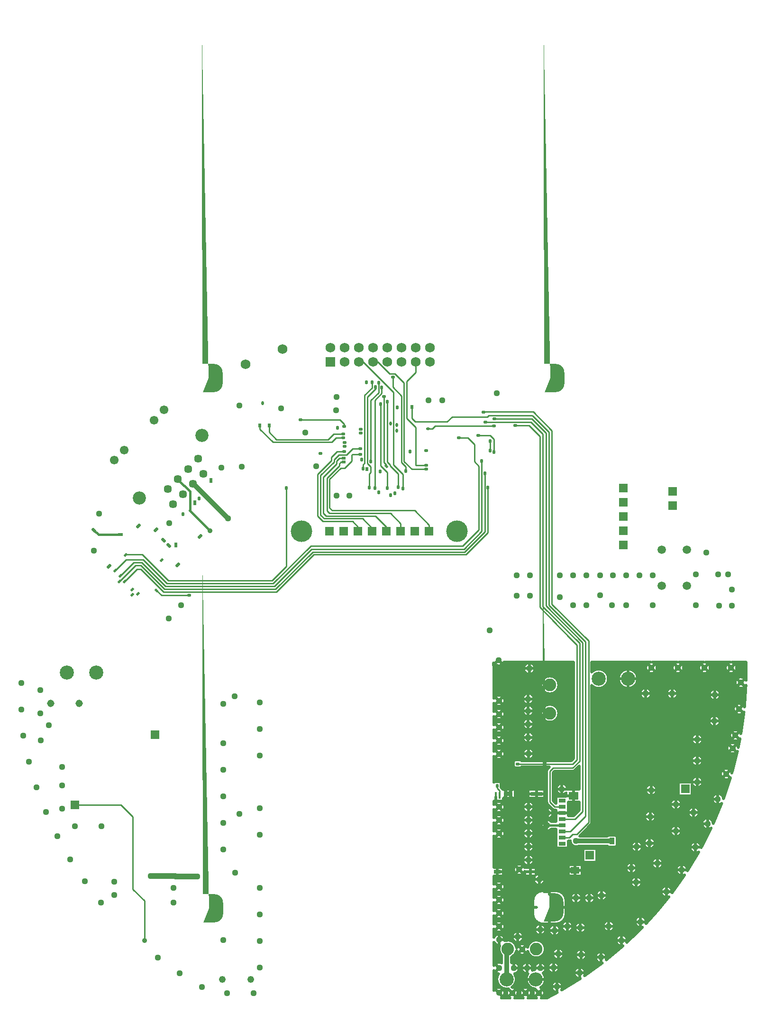
<source format=gbl>
G04 DesignSpark PCB Gerber Version 12.0 Build 5942*
%FSLAX35Y35*%
%MOMM*%
%AMT23*0 Rounded Rectangle Pad at angle 0*4,1,28,-0.11250,-0.30000,0.11250,-0.30000,0.13840,-0.29660,0.16250,-0.28660,0.18320,-0.27070,0.19910,-0.25000,0.20910,-0.22590,0.21250,-0.20000,0.21250,0.20000,0.20910,0.22590,0.19910,0.25000,0.18320,0.27070,0.16250,0.28660,0.13840,0.29660,0.11250,0.30000,-0.11250,0.30000,-0.13840,0.29660,-0.16250,0.28660,-0.18320,0.27070,-0.19910,0.25000,-0.20910,0.22590,-0.21250,0.20000,-0.21250,-0.20000,-0.20910,-0.22590,-0.19910,-0.25000,-0.18320,-0.27070,-0.16250,-0.28660,-0.13840,-0.29660,-0.11250,-0.30000,0*%
%ADD23T23*%
%AMT22*0 Rounded Rectangle Pad at angle 0*4,1,28,-0.12500,-0.34500,0.12500,-0.34500,0.15090,-0.34160,0.17500,-0.33160,0.19570,-0.31570,0.21160,-0.29500,0.22160,-0.27090,0.22500,-0.24500,0.22500,0.24500,0.22160,0.27090,0.21160,0.29500,0.19570,0.31570,0.17500,0.33160,0.15090,0.34160,0.12500,0.34500,-0.12500,0.34500,-0.15090,0.34160,-0.17500,0.33160,-0.19570,0.31570,-0.21160,0.29500,-0.22160,0.27090,-0.22500,0.24500,-0.22500,-0.24500,-0.22160,-0.27090,-0.21160,-0.29500,-0.19570,-0.31570,-0.17500,-0.33160,-0.15090,-0.34160,-0.12500,-0.34500,0*%
%ADD22T22*%
%AMT28*0 Rounded Rectangle Pad at angle 0*4,1,28,-0.13750,-0.34500,0.13750,-0.34500,0.16340,-0.34160,0.18750,-0.33160,0.20820,-0.31570,0.22410,-0.29500,0.23410,-0.27090,0.23750,-0.24500,0.23750,0.24500,0.23410,0.27090,0.22410,0.29500,0.20820,0.31570,0.18750,0.33160,0.16340,0.34160,0.13750,0.34500,-0.13750,0.34500,-0.16340,0.34160,-0.18750,0.33160,-0.20820,0.31570,-0.22410,0.29500,-0.23410,0.27090,-0.23750,0.24500,-0.23750,-0.24500,-0.23410,-0.27090,-0.22410,-0.29500,-0.20820,-0.31570,-0.18750,-0.33160,-0.16340,-0.34160,-0.13750,-0.34500,0*%
%ADD28T28*%
%AMT29*0 Rounded Rectangle Pad at angle 0*4,1,32,-0.11000,-0.44500,0.11000,-0.44500,0.14340,-0.44120,0.17510,-0.43010,0.20350,-0.41220,0.22720,-0.38850,0.24510,-0.36010,0.25620,-0.32840,0.26000,-0.29500,0.26000,0.29500,0.25620,0.32840,0.24510,0.36010,0.22720,0.38850,0.20350,0.41220,0.17510,0.43010,0.14340,0.44120,0.11000,0.44500,-0.11000,0.44500,-0.14340,0.44120,-0.17510,0.43010,-0.20350,0.41220,-0.22720,0.38850,-0.24510,0.36010,-0.25620,0.32840,-0.26000,0.29500,-0.26000,-0.29500,-0.25620,-0.32840,-0.24510,-0.36010,-0.22720,-0.38850,-0.20350,-0.41220,-0.17510,-0.43010,-0.14340,-0.44120,-0.11000,-0.44500,0*%
%ADD29T29*%
%AMT75*0 Rounded Rectangle Pad at angle 0*4,1,32,-0.31000,-0.60500,0.31000,-0.60500,0.34340,-0.60120,0.37510,-0.59010,0.40350,-0.57220,0.42720,-0.54850,0.44510,-0.52010,0.45620,-0.48840,0.46000,-0.45500,0.46000,0.45500,0.45620,0.48840,0.44510,0.52010,0.42720,0.54850,0.40350,0.57220,0.37510,0.59010,0.34340,0.60120,0.31000,0.60500,-0.31000,0.60500,-0.34340,0.60120,-0.37510,0.59010,-0.40350,0.57220,-0.42720,0.54850,-0.44510,0.52010,-0.45620,0.48840,-0.46000,0.45500,-0.46000,-0.45500,-0.45620,-0.48840,-0.44510,-0.52010,-0.42720,-0.54850,-0.40350,-0.57220,-0.37510,-0.59010,-0.34340,-0.60120,-0.31000,-0.60500,0*%
%ADD75T75*%
%AMT111*0 Rounded Rectangle Pad at angle 0*4,1,92,-1.00000,-2.50000,1.00000,-2.50000,1.10700,-2.49620,1.21340,-2.48480,1.31880,-2.46580,1.42250,-2.43930,1.52410,-2.40550,1.62300,-2.36450,1.71870,-2.31660,1.81080,-2.26200,1.89870,-2.20100,1.98210,-2.13380,2.06050,-2.06090,2.13350,-1.98260,2.20070,-1.89930,2.26180,-1.81140,2.31650,-1.71930,2.36450,-1.62360,2.40550,-1.52470,2.43930,-1.42310,2.46580,-1.31940,2.48480,-1.21400,2.49630,-1.10760,2.50000,-1.00000,2.50000,1.00000,2.49620,1.10700,2.48480,1.21340,2.46580,1.31880,2.43930,1.42250,2.40550,1.52410,2.36450,1.62300,2.31660,1.71870,2.26200,1.81080,2.20100,1.89870,2.13380,1.98210,2.06090,2.06050,1.98260,2.13350,1.89930,2.20070,1.81140,2.26180,1.71930,2.31650,1.62360,2.36450,1.52470,2.40550,1.42310,2.43930,1.31940,2.46580,1.21400,2.48480,1.10760,2.49630,1.00000,2.50000,-1.00000,2.50000,-1.10700,2.49620,-1.21340,2.48480,-1.31880,2.46580,-1.42250,2.43930,-1.52410,2.40550,-1.62300,2.36450,-1.71870,2.31660,-1.81080,2.26200,-1.89870,2.20100,-1.98210,2.13380,-2.06050,2.06090,-2.13350,1.98260,-2.20070,1.89930,-2.26180,1.81140,-2.31650,1.71930,-2.36450,1.62360,-2.40550,1.52470,-2.43930,1.42310,-2.46580,1.31940,-2.48480,1.21400,-2.49630,1.10760,-2.50000,1.00000,-2.50000,-1.00000,-2.49620,-1.10700,-2.48480,-1.21340,-2.46580,-1.31880,-2.43930,-1.42250,-2.40550,-1.52410,-2.36450,-1.62300,-2.31660,-1.71870,-2.26200,-1.81080,-2.20100,-1.89870,-2.13380,-1.98210,-2.06090,-2.06050,-1.98260,-2.13350,-1.89930,-2.20070,-1.81140,-2.26180,-1.71930,-2.31650,-1.62360,-2.36450,-1.52470,-2.40550,-1.42310,-2.43930,-1.31940,-2.46580,-1.21400,-2.48480,-1.10760,-2.49630,-1.00000,-2.50000,0*%
%ADD111T111*%
%ADD168R,0.35560X1.14300*%
%ADD106R,1.52400X1.52400*%
%ADD117R,1.75260X1.75260*%
%ADD14C,0.25400*%
%ADD19C,0.38100*%
%ADD17C,0.50000*%
%ADD166C,0.52700*%
%ADD18C,0.85000*%
%ADD72C,0.90000*%
%ADD74C,1.00000*%
%ADD70C,1.12000*%
%AMT27*0 Rounded Rectangle Pad at angle 45*4,1,28,0.15560,-0.33230,0.33230,-0.15560,0.34820,-0.13490,0.35820,-0.11080,0.36160,-0.08490,0.35820,-0.05900,0.34820,-0.03490,0.33230,-0.01410,-0.01410,0.33230,-0.03480,0.34820,-0.05890,0.35820,-0.08480,0.36160,-0.11070,0.35820,-0.13480,0.34820,-0.15560,0.33230,-0.33230,0.15560,-0.34820,0.13490,-0.35820,0.11080,-0.36160,0.08490,-0.35820,0.05900,-0.34820,0.03490,-0.33230,0.01410,0.01410,-0.33230,0.03480,-0.34820,0.05890,-0.35820,0.08480,-0.36160,0.11070,-0.35820,0.13480,-0.34820,0.15560,-0.33230,0*%
%ADD27T27*%
%AMT76*0 Rounded Rectangle Pad at angle 90*4,1,28,0.30000,-0.11250,0.30000,0.11250,0.29660,0.13840,0.28660,0.16250,0.27070,0.18320,0.25000,0.19910,0.22590,0.20910,0.20000,0.21250,-0.20000,0.21250,-0.22590,0.20910,-0.25000,0.19910,-0.27070,0.18320,-0.28660,0.16250,-0.29660,0.13840,-0.30000,0.11250,-0.30000,-0.11250,-0.29660,-0.13840,-0.28660,-0.16250,-0.27070,-0.18320,-0.25000,-0.19910,-0.22590,-0.20910,-0.20000,-0.21250,0.20000,-0.21250,0.22590,-0.20910,0.25000,-0.19910,0.27070,-0.18320,0.28660,-0.16250,0.29660,-0.13840,0.30000,-0.11250,0*%
%ADD76T76*%
%AMT24*0 Rounded Rectangle Pad at angle 90*4,1,28,0.34500,-0.12500,0.34500,0.12500,0.34160,0.15090,0.33160,0.17500,0.31570,0.19570,0.29500,0.21160,0.27090,0.22160,0.24500,0.22500,-0.24500,0.22500,-0.27090,0.22160,-0.29500,0.21160,-0.31570,0.19570,-0.33160,0.17500,-0.34160,0.15090,-0.34500,0.12500,-0.34500,-0.12500,-0.34160,-0.15090,-0.33160,-0.17500,-0.31570,-0.19570,-0.29500,-0.21160,-0.27090,-0.22160,-0.24500,-0.22500,0.24500,-0.22500,0.27090,-0.22160,0.29500,-0.21160,0.31570,-0.19570,0.33160,-0.17500,0.34160,-0.15090,0.34500,-0.12500,0*%
%ADD24T24*%
%AMT71*0 Rounded Rectangle Pad at angle 135*4,1,28,0.33230,0.15560,0.15560,0.33230,0.13490,0.34820,0.11080,0.35820,0.08490,0.36160,0.05900,0.35820,0.03490,0.34820,0.01410,0.33230,-0.33230,-0.01410,-0.34820,-0.03480,-0.35820,-0.05890,-0.36160,-0.08480,-0.35820,-0.11070,-0.34820,-0.13480,-0.33230,-0.15560,-0.15560,-0.33230,-0.13490,-0.34820,-0.11080,-0.35820,-0.08490,-0.36160,-0.05900,-0.35820,-0.03490,-0.34820,-0.01410,-0.33230,0.33230,0.01410,0.34820,0.03480,0.35820,0.05890,0.36160,0.08480,0.35820,0.11070,0.34820,0.13480,0.33230,0.15560,0*%
%ADD71T71*%
%AMT21*0 Rounded Rectangle Pad at angle 45*4,1,32,0.23690,-0.39240,0.39240,-0.23690,0.41330,-0.21060,0.42790,-0.18030,0.43540,-0.14760,0.43540,-0.11400,0.42790,-0.08120,0.41330,-0.05090,0.39240,-0.02470,-0.02470,0.39240,-0.05100,0.41330,-0.08130,0.42790,-0.11400,0.43540,-0.14760,0.43540,-0.18040,0.42790,-0.21070,0.41330,-0.23690,0.39240,-0.39240,0.23690,-0.41330,0.21060,-0.42790,0.18030,-0.43540,0.14760,-0.43540,0.11400,-0.42790,0.08120,-0.41330,0.05090,-0.39240,0.02470,0.02470,-0.39240,0.05100,-0.41330,0.08130,-0.42790,0.11400,-0.43540,0.14760,-0.43540,0.18040,-0.42790,0.21070,-0.41330,0.23690,-0.39240,0*%
%ADD21T21*%
%AMT78*0 Rounded Rectangle Pad at angle 90*4,1,28,0.34500,-0.13750,0.34500,0.13750,0.34160,0.16340,0.33160,0.18750,0.31570,0.20820,0.29500,0.22410,0.27090,0.23410,0.24500,0.23750,-0.24500,0.23750,-0.27090,0.23410,-0.29500,0.22410,-0.31570,0.20820,-0.33160,0.18750,-0.34160,0.16340,-0.34500,0.13750,-0.34500,-0.13750,-0.34160,-0.16340,-0.33160,-0.18750,-0.31570,-0.20820,-0.29500,-0.22410,-0.27090,-0.23410,-0.24500,-0.23750,0.24500,-0.23750,0.27090,-0.23410,0.29500,-0.22410,0.31570,-0.20820,0.33160,-0.18750,0.34160,-0.16340,0.34500,-0.13750,0*%
%ADD78T78*%
%AMT25*0 Rounded Rectangle Pad at angle 135*4,1,28,0.34120,0.14670,0.14670,0.34120,0.12600,0.35710,0.10190,0.36710,0.07600,0.37050,0.05010,0.36710,0.02600,0.35710,0.00530,0.34120,-0.34120,-0.00530,-0.35710,-0.02600,-0.36710,-0.05010,-0.37050,-0.07600,-0.36710,-0.10190,-0.35710,-0.12600,-0.34120,-0.14670,-0.14670,-0.34120,-0.12600,-0.35710,-0.10190,-0.36710,-0.07600,-0.37050,-0.05010,-0.36710,-0.02600,-0.35710,-0.00530,-0.34120,0.34120,0.00530,0.35710,0.02600,0.36710,0.05010,0.37050,0.07600,0.36710,0.10190,0.35710,0.12600,0.34120,0.14670,0*%
%ADD25T25*%
%AMT73*0 Rounded Rectangle Pad at angle 90*4,1,32,0.44500,-0.11000,0.44500,0.11000,0.44120,0.14340,0.43010,0.17510,0.41220,0.20350,0.38850,0.22720,0.36010,0.24510,0.32840,0.25620,0.29500,0.26000,-0.29500,0.26000,-0.32840,0.25620,-0.36010,0.24510,-0.38850,0.22720,-0.41220,0.20350,-0.43010,0.17510,-0.44120,0.14340,-0.44500,0.11000,-0.44500,-0.11000,-0.44120,-0.14340,-0.43010,-0.17510,-0.41220,-0.20350,-0.38850,-0.22720,-0.36010,-0.24510,-0.32840,-0.25620,-0.29500,-0.26000,0.29500,-0.26000,0.32840,-0.25620,0.36010,-0.24510,0.38850,-0.22720,0.41220,-0.20350,0.43010,-0.17510,0.44120,-0.14340,0.44500,-0.11000,0*%
%ADD73T73*%
%AMT20*0 Rounded Rectangle Pad at angle 135*4,1,32,0.39240,0.23690,0.23690,0.39240,0.21060,0.41330,0.18030,0.42790,0.14760,0.43540,0.11400,0.43540,0.08120,0.42790,0.05090,0.41330,0.02470,0.39240,-0.39240,-0.02470,-0.41330,-0.05100,-0.42790,-0.08130,-0.43540,-0.11400,-0.43540,-0.14760,-0.42790,-0.18040,-0.41330,-0.21070,-0.39240,-0.23690,-0.23690,-0.39240,-0.21060,-0.41330,-0.18030,-0.42790,-0.14760,-0.43540,-0.11400,-0.43540,-0.08120,-0.42790,-0.05090,-0.41330,-0.02470,-0.39240,0.39240,0.02470,0.41330,0.05100,0.42790,0.08130,0.43540,0.11400,0.43540,0.14760,0.42790,0.18040,0.41330,0.21070,0.39240,0.23690,0*%
%ADD20T20*%
%ADD123C,1.21700*%
%ADD125C,1.31600*%
%ADD112C,1.44600*%
%ADD93C,1.50000*%
%ADD113C,1.55000*%
%ADD118C,1.75260*%
%ADD107C,2.25000*%
%ADD114C,2.35500*%
%ADD119C,2.52400*%
%ADD79C,3.85000*%
%ADD172R,1.15000X0.60000*%
%ADD167R,1.30000X0.65000*%
%ADD171R,1.60000X0.65000*%
%ADD170R,2.14000X0.65000*%
%ADD173R,1.50000X1.16000*%
%ADD169R,1.80000X1.35000*%
X0Y0D02*
D02*
D14*
X41099450Y47264760D02*
X41103950D01*
X41126400Y47287210D01*
Y47288210D01*
X41298950Y47460760D01*
X41599950D01*
X42027450Y47033260D01*
X43922950D01*
X44595450Y47705760D01*
X47307950D01*
X47599950Y47997760D01*
Y49130760D01*
X47519450Y49211260D01*
Y49520760D01*
X47404950Y49635260D01*
X47237450D01*
X41192950Y47172760D02*
X41429900Y47409710D01*
Y47409810D01*
X41577450D01*
Y47408160D01*
X41998850Y46986760D01*
X43945950D01*
X44609950Y47650760D01*
X47329950D01*
X47647950Y47968760D01*
Y49223260D01*
X47646450D01*
X41271950Y47069260D02*
X41481600Y47278910D01*
Y47280560D01*
X41491300Y47290260D01*
X41558100D01*
X41965600Y46882760D01*
X43983950D01*
X44652950Y47551760D01*
X47365550D01*
X47758050Y47944260D01*
Y48750760D01*
X47760950D01*
X41285950Y47544260D02*
Y47552260D01*
X41580950D01*
X42047950Y47085260D01*
X43900950D01*
X44154450Y47338760D01*
Y48570260D01*
X44156650Y48572460D01*
Y48736660D01*
X41624950Y40657760D02*
Y41369260D01*
X41414950Y41579260D01*
Y42870260D01*
X41199950Y43085260D01*
X40559950D01*
X40559450Y43084760D01*
X40378950D01*
X41841450Y46910260D02*
X41928950Y46822760D01*
X42421950D01*
X43684350Y49852760D02*
Y49792160D01*
X43918800Y49557710D01*
X44969430D01*
X45048480Y49636760D01*
X45174950D01*
X43849750Y49858860D02*
Y49739360D01*
X43982850Y49606260D01*
X44906970D01*
X45003970Y49703260D01*
X45175450D01*
X44413150Y49956660D02*
X44692550D01*
X44693450Y49955760D01*
X45117950D01*
X45191450Y49882260D01*
Y49842760D01*
X45440450Y47968260D02*
Y48041960D01*
X45339650Y48142760D01*
X44814450D01*
X44714950Y48242260D01*
Y48987760D01*
X44958950Y49231760D01*
Y49289760D01*
X45061950Y49392760D01*
X45190950D01*
X45479950Y49342760D02*
X45344950D01*
X45329450Y49327260D01*
Y49223260D01*
X45201950Y49095760D01*
X45129450D01*
X44932450Y48898760D01*
Y48384560D01*
X44980250Y48336760D01*
X46453450D01*
X46709450Y48080760D01*
Y47971260D01*
X46710450Y47970260D01*
Y47968260D01*
X45638450Y48745760D02*
Y48996260D01*
X45662450Y49020260D01*
Y49122760D01*
X45607950Y49177260D01*
Y50367260D01*
X45755450Y50514760D01*
Y50541260D01*
X45747450D01*
X45669450Y49216760D02*
Y50304910D01*
X45805450Y50440910D01*
Y50617760D01*
X45687950Y50625760D02*
Y50523760D01*
X45558950Y50394760D01*
Y49185260D01*
X45530450Y49156760D01*
Y49081760D01*
X45694450Y47968260D02*
Y48022760D01*
X45523950Y48193260D01*
X44836950D01*
X44769950Y48260260D01*
Y48964760D01*
X45009950Y49204760D01*
Y49249260D01*
X45094450Y49333760D01*
X45230650D01*
X45339650Y49442760D01*
X45479950D01*
X45845950Y50234760D02*
Y49132760D01*
X45957950Y49020760D01*
Y48734760D01*
X45861450Y50536760D02*
Y50431020D01*
X45737450Y50307020D01*
Y48737760D01*
X45901950Y50371760D02*
Y49195490D01*
X45942950Y49154490D01*
Y49126260D01*
X45948450Y47968260D02*
Y48044760D01*
X45752950Y48240260D01*
X44866950D01*
X44819950Y48287260D01*
Y48936260D01*
X45056450Y49172760D01*
Y49220760D01*
X45104950Y49269260D01*
X45180950D01*
Y49272260D01*
X45963450Y50275760D02*
Y49201260D01*
X46012950Y49151760D01*
Y49137060D01*
X46158450Y48991560D01*
Y48755260D01*
X46202450Y47968260D02*
Y48104760D01*
X46019450Y48287760D01*
X44927450D01*
X44882450Y48332760D01*
Y48914960D01*
X45104450Y49136960D01*
Y49173260D01*
X45133450Y49202260D01*
X45185450D01*
X46238950Y48731760D02*
Y48986560D01*
X46075950Y49149560D01*
Y50446240D01*
X45533430Y50988760D01*
X45452950D01*
X46288450Y49042760D02*
Y49119660D01*
X46214850Y49193260D01*
Y50383060D01*
X46059950Y50537960D01*
Y50720760D01*
X46652950Y49074260D02*
X46403900D01*
X46261450Y49216710D01*
Y50617170D01*
X46100360Y50778260D01*
X46000320D01*
X45789820Y50988760D01*
X45706950D01*
X46654950Y49142760D02*
X46472850D01*
Y49822680D01*
X46309450Y49986080D01*
Y50645100D01*
X46468950Y50804600D01*
Y50988760D01*
X47584950Y49681260D02*
X47801450D01*
X47870450Y49612260D01*
Y49394760D01*
X47869450Y49393760D01*
Y49384760D01*
X47705450Y49002260D02*
X47703950D01*
Y47957760D01*
X47345450Y47599260D01*
X44629950D01*
X43962150Y46931460D01*
X41983750D01*
X41555900Y47359310D01*
X41469500D01*
X41179950Y47069760D01*
X47717950Y49918610D02*
Y49919760D01*
X48526450D01*
X48741450Y49704760D01*
Y46623260D01*
X49395950Y45968760D01*
Y43863260D01*
X49275950Y43743260D01*
X48925450D01*
X48868950Y43686760D01*
Y43133360D01*
X48953450Y43048860D01*
X49086950D01*
X47799950Y49577260D02*
Y49408760D01*
X47798450D01*
Y49403760D01*
X47865480Y49848760D02*
X46818450D01*
X46767450Y49797760D01*
X46686950D01*
X47970450Y43255360D02*
Y43337860D01*
X47970250D01*
X47927450Y43380660D01*
Y43420260D01*
X48246950Y49853260D02*
X48497450D01*
X48684950Y49665760D01*
Y46613260D01*
X49209450Y46072260D01*
X49345950Y45935760D01*
Y43888260D01*
X49272950Y43815260D01*
X48290950D01*
X49048950Y42829260D02*
X49316450D01*
X49451450Y42964260D01*
Y45981260D01*
X48794950Y46637760D01*
Y49722260D01*
X48540500Y49976710D01*
X47875950D01*
X49086950Y42498860D02*
X49214050D01*
X49273450Y42558260D01*
X49344950D01*
X49555950Y42769260D01*
Y46011760D01*
X48902450Y46665260D01*
Y49761760D01*
X48566300Y50097910D01*
X47682950D01*
Y50092910D01*
X49086950Y42608860D02*
X49231550D01*
X49504450Y42881760D01*
Y45995760D01*
X48852450Y46647760D01*
Y49734260D01*
X48556950Y50029760D01*
X48555950D01*
X48549450Y50036260D01*
X47769950D01*
X47745950Y50012260D01*
X47120450D01*
X47029850Y49921660D01*
X46464550D01*
X46405050Y49981160D01*
Y50185760D01*
X46399950D01*
D02*
D17*
X47904450Y43223210D02*
Y43151880D01*
X47926950Y41882760D02*
Y41811380D01*
Y41897760D02*
Y41969080D01*
X47928470Y45644920D02*
X47878020Y45594470D01*
X47936780Y39748910D02*
X47886330Y39799360D01*
X47936780Y40148440D02*
X47886330Y40097990D01*
X47936780Y40192280D02*
X47886330Y40242730D01*
X47936780Y40890070D02*
X47886330Y40839620D01*
X47936780Y40933910D02*
X47886330Y40984360D01*
X47936780Y41127070D02*
X47886330Y41076620D01*
X47936780Y41170910D02*
X47886330Y41221360D01*
X47936780Y41364070D02*
X47886330Y41313620D01*
X47936780Y41407910D02*
X47886330Y41458360D01*
X47936780Y41601070D02*
X47886330Y41550620D01*
X47936780Y41644910D02*
X47886330Y41695360D01*
X47936780Y42549070D02*
X47886330Y42498620D01*
X47936780Y42592910D02*
X47886330Y42643360D01*
X47936780Y42786070D02*
X47886330Y42735620D01*
X47936780Y42829910D02*
X47886330Y42880360D01*
X47936780Y43023070D02*
X47886330Y42972620D01*
X47936780Y43066910D02*
X47886330Y43117360D01*
X47936780Y43971070D02*
X47886330Y43920620D01*
X47936780Y44014910D02*
X47886330Y44065360D01*
X47936780Y44208070D02*
X47886330Y44157620D01*
X47936780Y44251910D02*
X47886330Y44302360D01*
X47936780Y44445070D02*
X47886330Y44394620D01*
X47936780Y44488910D02*
X47886330Y44539360D01*
X47936780Y44682070D02*
X47886330Y44631620D01*
X47936780Y44725910D02*
X47886330Y44776360D01*
X47936780Y44919070D02*
X47886330Y44868620D01*
X47936780Y44962910D02*
X47886330Y45013360D01*
X47958700Y40643990D02*
Y40572640D01*
Y40705990D02*
Y40777340D01*
X47966950Y41890260D02*
X48038330D01*
X47972310Y45644920D02*
X48022760Y45594470D01*
X47980620Y39705070D02*
X48031070Y39654620D01*
X47980620Y39748910D02*
X48031070Y39799360D01*
X47980620Y40890070D02*
X48031070Y40839620D01*
X47980620Y40933910D02*
X48031070Y40984360D01*
X47980620Y41127070D02*
X48031070Y41076620D01*
X47980620Y41170910D02*
X48031070Y41221360D01*
X47980620Y41364070D02*
X48031070Y41313620D01*
X47980620Y41407910D02*
X48031070Y41458360D01*
X47980620Y41601070D02*
X48031070Y41550620D01*
X47980620Y41644910D02*
X48031070Y41695360D01*
X47980620Y42549070D02*
X48031070Y42498620D01*
X47980620Y42592910D02*
X48031070Y42643360D01*
X47980620Y42786070D02*
X48031070Y42735620D01*
X47980620Y42829910D02*
X48031070Y42880360D01*
X47980620Y43023070D02*
X48031070Y42972620D01*
X47980620Y43066910D02*
X48031070Y43117360D01*
X47980620Y43971070D02*
X48031070Y43920620D01*
X47980620Y44014910D02*
X48031070Y44065360D01*
X47980620Y44208070D02*
X48031070Y44157620D01*
X47980620Y44251910D02*
X48031070Y44302360D01*
X47980620Y44445070D02*
X48031070Y44394620D01*
X47980620Y44488910D02*
X48031070Y44539360D01*
X47980620Y44682070D02*
X48031070Y44631620D01*
X47980620Y44725910D02*
X48031070Y44776360D01*
X47980620Y44919070D02*
X48031070Y44868620D01*
X47980620Y44962910D02*
X48031070Y45013360D01*
X47989700Y40674990D02*
X48061050D01*
X48106130Y43265540D02*
X48042070Y43201480D01*
X48106130Y43295180D02*
X48042130Y43359180D01*
X48135770Y43265540D02*
X48199830Y43201480D01*
X48135770Y43295180D02*
X48199770Y43359180D01*
X48173780Y39703590D02*
X48123330Y39653140D01*
X48173780Y39747430D02*
X48123330Y39797880D01*
X48217620Y39703590D02*
X48268070Y39653140D01*
X48217620Y39747430D02*
X48268070Y39797880D01*
X48220080Y40201360D02*
Y40272710D01*
X48251080Y40170360D02*
X48322430D01*
X48262790Y40725990D02*
X48191440D01*
X48293790Y40694990D02*
Y40623640D01*
Y40756990D02*
Y40828340D01*
X48297650Y41906900D02*
X48247200Y41856450D01*
X48297650Y41950740D02*
X48247200Y42001190D01*
X48324790Y40725990D02*
X48396140D01*
X48341490Y41906900D02*
X48391940Y41856450D01*
X48341490Y41950740D02*
X48391940Y42001190D01*
X48351390Y40480810D02*
X48300940Y40430360D01*
X48351390Y40524650D02*
X48300940Y40575100D01*
X48395230Y40480810D02*
X48445680Y40430360D01*
X48395230Y40524650D02*
X48445680Y40575100D01*
X48410780Y39703590D02*
X48360330Y39653140D01*
X48410780Y39747430D02*
X48360330Y39797880D01*
X48426080Y40170360D02*
X48354730D01*
X48449350Y44289440D02*
X48378000D01*
X48449350Y44526440D02*
X48378000D01*
X48449350Y44763440D02*
X48378000D01*
X48449350Y44974370D02*
X48378000D01*
X48452550Y42099930D02*
X48381200D01*
X48452550Y42336930D02*
X48381200D01*
X48452550Y42573930D02*
X48381200D01*
X48452550Y42810930D02*
X48381200D01*
X48452550Y43047930D02*
X48381200D01*
X48452550Y43995930D02*
X48381200D01*
X48454620Y39703590D02*
X48505070Y39653140D01*
X48454620Y39747430D02*
X48505070Y39797880D01*
X48457080Y40139360D02*
Y40068010D01*
Y40201360D02*
Y40272710D01*
X48467730Y45517440D02*
X48396380D01*
X48480350Y44258440D02*
Y44187090D01*
Y44320440D02*
Y44391790D01*
Y44495440D02*
Y44424090D01*
Y44557440D02*
Y44628790D01*
Y44732440D02*
Y44661090D01*
Y44794440D02*
Y44865790D01*
Y44943370D02*
Y44872020D01*
Y45005370D02*
Y45076720D01*
X48483550Y42068930D02*
Y41997580D01*
Y42130930D02*
Y42202280D01*
Y42305930D02*
Y42234580D01*
Y42367930D02*
Y42439280D01*
Y42542930D02*
Y42471580D01*
Y42604930D02*
Y42676280D01*
Y42779930D02*
Y42708580D01*
Y42841930D02*
Y42913280D01*
Y43016930D02*
Y42945580D01*
Y43078930D02*
Y43150280D01*
Y43964930D02*
Y43893580D01*
Y44026930D02*
Y44098280D01*
X48486950Y41887760D02*
X48415630D01*
X48488080Y40170360D02*
X48559430D01*
X48498730Y45486440D02*
Y45415090D01*
Y45548440D02*
Y45619790D01*
X48511350Y44289440D02*
X48582700D01*
X48511350Y44526440D02*
X48582700D01*
X48511350Y44763440D02*
X48582700D01*
X48511350Y44974370D02*
X48582700D01*
X48514550Y42099930D02*
X48585900D01*
X48514550Y42336930D02*
X48585900D01*
X48514550Y42573930D02*
X48585900D01*
X48514550Y42810930D02*
X48585900D01*
X48514550Y43047930D02*
X48585900D01*
X48514550Y43995930D02*
X48585900D01*
X48514750Y39970260D02*
X48443400D01*
X48519450Y41882760D02*
Y41811380D01*
Y41892760D02*
Y41964080D01*
X48529730Y45517440D02*
X48601080D01*
X48546950Y43280360D02*
X48475630D01*
X48551950Y41887760D02*
X48623330D01*
X48628950Y43272860D02*
Y43201480D01*
Y43287860D02*
Y43359180D01*
X48632950Y41254260D02*
X48561600D01*
X48644430Y41750800D02*
X48573080D01*
X48647780Y39703590D02*
X48597330Y39653140D01*
X48647780Y39747430D02*
X48597330Y39797880D01*
X48663080Y40170360D02*
X48591730D01*
X48663380Y40859280D02*
X48592030D01*
X48675430Y41719800D02*
Y41648450D01*
Y41781800D02*
Y41853150D01*
X48691620Y39703590D02*
X48742070Y39653140D01*
X48691620Y39747430D02*
X48742070Y39797880D01*
X48694080Y40201360D02*
Y40272710D01*
X48694380Y40828280D02*
Y40756930D01*
Y40890280D02*
Y40961630D01*
X48706430Y41750800D02*
X48777780D01*
X48710950Y43280360D02*
X48782330D01*
X48717150Y39970260D02*
X48788500D01*
X48725080Y40170360D02*
X48796430D01*
X48725380Y40859280D02*
X48796730D01*
X48788950Y42938860D02*
X48717600D01*
X48819950Y42907860D02*
Y42836510D01*
Y42969860D02*
Y43041210D01*
X48850950Y42938860D02*
X48922300D01*
X48857950Y41029260D02*
Y40957910D01*
Y41479260D02*
Y41550610D01*
X48899920Y40179110D02*
X48828570D01*
X48916260Y40843480D02*
X48844910D01*
X48930920Y40148110D02*
Y40076760D01*
Y40210110D02*
Y40281460D01*
X48947260Y40812480D02*
Y40741130D01*
Y40874480D02*
Y40945830D01*
X48961740Y39836940D02*
X48890390D01*
X48961920Y40179110D02*
X49033270D01*
X48978260Y40843480D02*
X49049610D01*
X48983470Y40424940D02*
X48912120D01*
X48992740Y39805940D02*
Y39734590D01*
Y39867940D02*
Y39939290D01*
X49014470Y40393940D02*
Y40322590D01*
Y40455940D02*
Y40527290D01*
X49023740Y39836940D02*
X49095090D01*
X49045470Y40424940D02*
X49116820D01*
X49046950Y42938860D02*
X48975630D01*
X49048950Y43364160D02*
X48977600D01*
X49079950Y43333160D02*
Y43261810D01*
Y43395160D02*
Y43466510D01*
X49082950Y41254260D02*
X49154300D01*
X49110950Y43364160D02*
X49182300D01*
X49126950Y42938860D02*
X49198330D01*
X49144380Y40911980D02*
X49073030D01*
X49175380Y40880980D02*
Y40809630D01*
Y40942980D02*
Y41014330D01*
X49206380Y40911980D02*
X49277730D01*
X49226950Y43245260D02*
X49155630D01*
X49266950Y41915860D02*
X49195630D01*
X49291950Y43202760D02*
Y43131380D01*
Y43287760D02*
Y43359080D01*
X49302600Y41420360D02*
X49231250D01*
X49316950Y41882860D02*
Y41811480D01*
Y41948860D02*
Y42020180D01*
X49333600Y41389360D02*
Y41318010D01*
Y41451360D02*
Y41522710D01*
X49364600Y41420360D02*
X49435950D01*
X49365640Y40084550D02*
X49294290D01*
X49366950Y41915860D02*
X49438330D01*
X49380490Y40891520D02*
X49309140D01*
X49391520Y40405860D02*
X49320170D01*
X49396640Y40053550D02*
Y39982200D01*
Y40115550D02*
Y40186900D01*
X49411490Y40860520D02*
Y40789170D01*
Y40922520D02*
Y40993870D01*
X49422520Y40374860D02*
Y40303510D01*
Y40436860D02*
Y40508210D01*
X49427640Y40084550D02*
X49498990D01*
X49442490Y40891520D02*
X49513840D01*
X49453520Y40405860D02*
X49524870D01*
X49539600Y41420360D02*
X49468250D01*
X49570600Y41389360D02*
Y41318010D01*
Y41451360D02*
Y41522710D01*
X49601600Y41420360D02*
X49672950D01*
X49750310Y40361090D02*
X49678960D01*
X49759820Y41469700D02*
X49688470D01*
X49781310Y40330090D02*
Y40258740D01*
Y40392090D02*
Y40463440D01*
X49790820Y41438700D02*
Y41367350D01*
Y41500700D02*
Y41572050D01*
X49812310Y40361090D02*
X49883660D01*
X49821820Y41469700D02*
X49893170D01*
X49888350Y40918600D02*
X49817000D01*
X49919350Y40887600D02*
Y40816250D01*
Y40949600D02*
Y41020950D01*
X49950350Y40918600D02*
X50021700D01*
X50113680Y40665070D02*
X50042330D01*
X50144680Y40634070D02*
Y40562720D01*
Y40696070D02*
Y40767420D01*
X50161250Y45335260D02*
X50089900D01*
X50175680Y40665070D02*
X50247030D01*
X50262450Y45234060D02*
Y45162710D01*
Y45436460D02*
Y45507810D01*
X50291450Y41956660D02*
X50220100D01*
X50322450Y41925660D02*
Y41854310D01*
Y41987660D02*
Y42059010D01*
X50353450Y41956660D02*
X50424800D01*
X50363650Y45335260D02*
X50435000D01*
X50378950Y41701660D02*
X50307600D01*
X50386670Y42336860D02*
X50315320D01*
X50409950Y41670660D02*
Y41599310D01*
Y41732660D02*
Y41804010D01*
X50417670Y42305860D02*
Y42234510D01*
Y42367860D02*
Y42439210D01*
X50440950Y41701660D02*
X50512300D01*
X50448670Y42336860D02*
X50520020D01*
X50453810Y40994870D02*
X50382460D01*
X50484810Y40963870D02*
Y40892520D01*
Y41025870D02*
Y41097220D01*
X50515810Y40994870D02*
X50587160D01*
X50546380Y45070160D02*
X50475030D01*
X50577380Y45039160D02*
Y44967810D01*
Y45101160D02*
Y45172510D01*
X50608380Y45070160D02*
X50679730D01*
X50614880Y42400820D02*
X50543530D01*
X50625850Y42874570D02*
X50554500D01*
X50644210Y43347860D02*
X50572860D01*
X50645880Y42369820D02*
Y42298470D01*
Y42431820D02*
Y42503170D01*
X50656850Y42843570D02*
Y42772220D01*
Y42905570D02*
Y42976920D01*
X50658220Y45508440D02*
X50607770Y45457990D01*
X50658220Y45552280D02*
X50607770Y45602730D01*
X50675210Y43316860D02*
Y43245510D01*
Y43378860D02*
Y43450210D01*
X50676880Y42400820D02*
X50748230D01*
X50687850Y42874570D02*
X50759200D01*
X50702060Y45508440D02*
X50752510Y45457990D01*
X50702060Y45552280D02*
X50752510Y45602730D01*
X50706210Y43347860D02*
X50777560D01*
X50755550Y42040020D02*
X50684200D01*
X50786550Y42009020D02*
Y41937670D01*
Y42071020D02*
Y42142370D01*
X50817550Y42040020D02*
X50888900D01*
X50916440Y41534040D02*
X50845090D01*
X50947440Y41503040D02*
Y41431690D01*
Y41565040D02*
Y41636390D01*
X50978440Y41534040D02*
X51049790D01*
X51020380Y45070160D02*
X50949030D01*
X51051380Y45039160D02*
Y44967810D01*
Y45101160D02*
Y45172510D01*
X51082380Y45070160D02*
X51153730D01*
X51085630Y42617120D02*
X51014280D01*
X51085630Y43091120D02*
X51014280D01*
X51116630Y42586120D02*
Y42514770D01*
Y42648120D02*
Y42719470D01*
Y43060120D02*
Y42988770D01*
Y43122120D02*
Y43193470D01*
X51132220Y45508440D02*
X51081770Y45457990D01*
X51132220Y45552280D02*
X51081770Y45602730D01*
X51147630Y42617120D02*
X51218980D01*
X51147630Y43091120D02*
X51218980D01*
X51176060Y45508440D02*
X51226510Y45457990D01*
X51176060Y45552280D02*
X51226510Y45602730D01*
X51190740Y41920310D02*
X51119390D01*
X51221740Y41889310D02*
Y41817960D01*
Y41951310D02*
Y42022660D01*
X51252740Y41920310D02*
X51324090D01*
X51401230Y42946660D02*
X51329880D01*
X51432230Y42915660D02*
Y42844310D01*
Y42977660D02*
Y43049010D01*
X51435990Y42325650D02*
X51364640D01*
X51463230Y42946660D02*
X51534580D01*
X51464320Y43871660D02*
X51392970D01*
X51466450Y44252360D02*
X51395100D01*
X51466760Y43491270D02*
X51395410D01*
X51466990Y42294650D02*
Y42223300D01*
Y42356650D02*
Y42428000D01*
X51495320Y43840660D02*
Y43769310D01*
Y43902660D02*
Y43974010D01*
X51497450Y44221360D02*
Y44150010D01*
Y44283360D02*
Y44354710D01*
X51497760Y43460270D02*
Y43388920D01*
Y43522270D02*
Y43593620D01*
X51497990Y42325650D02*
X51569340D01*
X51526320Y43871660D02*
X51597670D01*
X51528450Y44252360D02*
X51599800D01*
X51528760Y43491270D02*
X51600110D01*
X51606220Y45508440D02*
X51555770Y45457990D01*
X51606220Y45552280D02*
X51555770Y45602730D01*
X51650060Y45508440D02*
X51700510Y45457990D01*
X51650060Y45552280D02*
X51700510Y45602730D01*
X51650890Y42747870D02*
X51579540D01*
X51681890Y42716870D02*
Y42645520D01*
Y42778870D02*
Y42850220D01*
X51775850Y44578490D02*
X51704500D01*
X51781450Y45048080D02*
X51710100D01*
X51806850Y44547490D02*
Y44476140D01*
Y44609490D02*
Y44680840D01*
X51812450Y45017080D02*
Y44945730D01*
Y45079080D02*
Y45150430D01*
X51834260Y43184700D02*
X51762910D01*
X51837850Y44578490D02*
X51909200D01*
X51843450Y45048080D02*
X51914800D01*
X51865260Y43153700D02*
Y43082350D01*
Y43215700D02*
Y43287050D01*
X51994220Y43611870D02*
X51943770Y43561420D01*
X51994220Y43655710D02*
X51943770Y43706160D01*
X52038060Y43611870D02*
X52088510Y43561420D01*
X52038060Y43655710D02*
X52088510Y43706160D01*
X52080220Y45508440D02*
X52029770Y45457990D01*
X52080220Y45552280D02*
X52029770Y45602730D01*
X52108030Y44072240D02*
X52057580Y44021790D01*
X52108030Y44116080D02*
X52057580Y44166530D01*
X52124060Y45508440D02*
X52174510Y45457990D01*
X52124060Y45552280D02*
X52174510Y45602730D01*
X52151870Y44072240D02*
X52202320Y44021790D01*
X52151870Y44116080D02*
X52202320Y44166530D01*
X52157880Y44303200D02*
X52107430Y44252750D01*
X52157880Y44347040D02*
X52107430Y44397490D01*
X52201720Y44303200D02*
X52252170Y44252750D01*
X52201720Y44347040D02*
X52252170Y44397490D01*
X52224350Y44772280D02*
X52173900Y44721830D01*
X52224350Y44816120D02*
X52173900Y44866570D01*
X52256270Y45244960D02*
X52205820Y45194510D01*
X52256270Y45288800D02*
X52205820Y45339250D01*
X52268190Y44772280D02*
X52318640Y44721830D01*
X52268190Y44816120D02*
X52318640Y44866570D01*
X52300110Y45244960D02*
X52350560Y45194510D01*
X52300110Y45288800D02*
X52350560Y45339250D01*
D02*
D18*
X42493150Y48810750D02*
X42501460D01*
X43113950Y48198260D01*
X48091950Y39970260D02*
Y40485760D01*
X48116450Y40510260D01*
X49316950Y41915860D02*
X48840490D01*
X48675430Y41750800D01*
X49974950Y42436760D02*
X49333450D01*
D02*
D19*
X41197450Y47905260D02*
X40807950D01*
X40724450Y47988760D01*
X42223740Y48900550D02*
Y48892960D01*
X42435450Y48681250D01*
Y48338260D01*
X42434950D01*
X42796450Y47976760D01*
X49086950Y42718860D02*
X48817450D01*
X49086950Y42938860D02*
X48819950D01*
D02*
D70*
X39426350Y44787360D03*
Y45261360D03*
X39461740Y44316020D03*
X39563060Y43853230D03*
X39698010Y43399110D03*
X39764950Y44716660D03*
Y45134160D03*
X39769950Y44234760D03*
X39865880Y42956100D03*
X39916820Y44503360D03*
X40065760Y42526580D03*
X40153550Y43018770D03*
Y43429380D03*
X40157690Y43761740D03*
X40296570Y42112860D03*
X40381440Y42701860D03*
X40557080Y41717160D03*
X40719950Y47618260D03*
X40813450Y48280260D03*
X40845880Y41341620D03*
X40855440Y42701860D03*
X41089050Y41476910D03*
Y41713910D03*
X41739950Y41814260D03*
X41865800Y40355480D03*
X42054450Y46413760D03*
X42063950Y48109260D03*
X42139950Y41339160D03*
Y41604160D03*
X42250860Y40079490D03*
X42280950Y46650760D03*
X42567450Y41806760D03*
X42655110Y39832460D03*
X43001950Y49104260D03*
X43032230Y40674160D03*
X43034850Y42283630D03*
Y42757630D03*
Y43231630D03*
Y43705630D03*
Y44179630D03*
Y44890630D03*
X43103610Y39725510D03*
X43113950Y48198260D03*
X43232270Y45021760D03*
X43246520Y41872140D03*
X43316450Y42923260D03*
X43323450Y50215260D03*
X43362950Y49116760D03*
X43577610Y39725510D03*
X43681200Y40175670D03*
Y40649670D03*
Y41123670D03*
Y41597670D03*
Y42545670D03*
Y43019670D03*
Y43967670D03*
Y44441670D03*
Y44915670D03*
X44064950Y50161660D03*
X44499450Y49729260D03*
X44689950Y49131660D03*
X45049950Y50129160D03*
X45052450Y48604160D03*
X45054950Y50366660D03*
X45284950Y48604160D03*
X46699950Y50301660D03*
X46947450Y50306660D03*
X47789950Y46201660D03*
X47915950Y50435260D03*
X47950390Y45666840D03*
X47958700Y39726990D03*
Y40170360D03*
Y40674990D03*
Y40911990D03*
Y41148990D03*
Y41385990D03*
Y41622990D03*
Y42570990D03*
Y42807990D03*
Y43044990D03*
Y43992990D03*
Y44229990D03*
Y44466990D03*
Y44703990D03*
Y44940990D03*
X48195700Y39725510D03*
X48220080Y40170360D03*
X48270250Y46812880D03*
Y47182000D03*
X48293790Y40725990D03*
X48319570Y41928820D03*
X48373310Y40502730D03*
X48432700Y39725510D03*
X48457080Y40170360D03*
X48480350Y44289440D03*
Y44526440D03*
Y44763440D03*
Y44974370D03*
X48483550Y42099930D03*
Y42336930D03*
Y42573930D03*
Y42810930D03*
Y43047930D03*
Y43995930D03*
X48498730Y45517440D03*
X48507250Y46812880D03*
Y47182310D03*
X48669700Y39725510D03*
X48675430Y41750800D03*
X48694080Y40170360D03*
X48694380Y40859280D03*
X48817450Y42718860D03*
X48819950Y42938860D03*
X48930920Y40179110D03*
X48947260Y40843480D03*
X48992740Y39836940D03*
X49014470Y40424940D03*
X49044540Y46794820D03*
Y47182930D03*
X49079950Y43364160D03*
X49175380Y40911980D03*
X49279900Y46649070D03*
X49281540Y47183240D03*
X49333450Y42436760D03*
X49333600Y41420360D03*
X49396640Y40084550D03*
X49411490Y40891520D03*
X49422520Y40405860D03*
X49518540Y46648400D03*
Y47183550D03*
X49570600Y41420360D03*
X49767450Y46829160D03*
Y47183860D03*
X49781310Y40361090D03*
X49790820Y41469700D03*
X49919350Y40918600D03*
X49973530Y46648400D03*
X49992540Y47184170D03*
X50144680Y40665070D03*
X50227450Y46648400D03*
X50229540Y47184480D03*
X50322450Y41956660D03*
X50409950Y41701660D03*
X50417670Y42336860D03*
X50466540Y47184790D03*
X50484810Y40994870D03*
X50577380Y45070160D03*
X50645880Y42400820D03*
X50656850Y42874570D03*
X50675210Y43347860D03*
X50680140Y45530360D03*
X50703540Y46648400D03*
Y47185100D03*
X50786550Y42040020D03*
X50947440Y41534040D03*
X51051380Y45070160D03*
X51116630Y42617120D03*
Y43091120D03*
X51154140Y45530360D03*
X51221740Y41920310D03*
X51432230Y42946660D03*
X51466990Y42325650D03*
X51472450Y46644000D03*
Y47194160D03*
X51495320Y43871660D03*
X51497450Y44252360D03*
X51497760Y43491270D03*
X51628140Y45530360D03*
X51662450Y47589760D03*
X51681890Y42747870D03*
X51806850Y44578490D03*
X51812450Y45048080D03*
X51865260Y43184700D03*
X51874950Y47199160D03*
X51892270Y46642880D03*
X52016140Y43633790D03*
X52049950Y47201660D03*
X52102140Y45530360D03*
X52114950Y46642390D03*
Y46926660D03*
X52129950Y44094160D03*
X52179800Y44325120D03*
X52246270Y44794200D03*
X52278190Y45266880D03*
D02*
D71*
X41099450Y47264760D03*
X41179950Y47069760D03*
X41192950Y47172760D03*
X41271950Y47069260D03*
X41285950Y47544260D03*
X41403950Y46833760D03*
X41409950Y46929260D03*
X41506450Y46847760D03*
D02*
D20*
X40993950Y47342760D03*
X41519950Y48061660D03*
X41831450Y47994760D03*
X42215850Y47364160D03*
X42617950Y47879260D03*
D02*
D21*
X40724450Y47988760D03*
X41968950Y47811260D03*
X42059450Y47716260D03*
D02*
D22*
X42310950Y48270760D03*
X42603950Y48550260D03*
X44156650Y48736660D03*
X45072450Y49812760D03*
X45501950Y49248760D03*
X45530450Y49081760D03*
X45585950Y50625260D03*
X45638450Y48745760D03*
X45669450Y49216760D03*
X45687950Y50625760D03*
X45737450Y48737760D03*
X45747450Y50541260D03*
X45805450Y48663260D03*
Y50617760D03*
X45838450Y49034160D03*
X45845950Y50234760D03*
X45861450Y50536760D03*
X45957950Y48734760D03*
X45963450Y50275760D03*
X46023950Y48608760D03*
X46097950Y48642260D03*
X46139450Y50176760D03*
X46158450Y48755260D03*
X46238950Y48731760D03*
X46288450Y49042760D03*
X46366950Y49392760D03*
X47646450Y49223260D03*
X47705450Y49002260D03*
X47760950Y48750760D03*
X47798450Y49403760D03*
X47799950Y49577260D03*
X47869450Y49384760D03*
X47927450Y43420260D03*
D02*
D23*
X43737750Y50256460D03*
X46019950Y49886660D03*
X46132450Y49764760D03*
Y49864160D03*
D02*
D24*
X42421950Y46822760D03*
X44413150Y49956660D03*
X44767450Y49359760D03*
X45174950Y49636760D03*
X45175450Y49703260D03*
X45190950Y49392760D03*
X45191450Y49842760D03*
X45199950Y49550260D03*
X45201950Y49484760D03*
X45479950Y49342760D03*
Y49442760D03*
X45484450Y49792760D03*
X45485450Y49724760D03*
X45901950Y50371760D03*
X46059950Y50720760D03*
X46652950Y49074260D03*
X46654950Y49142760D03*
X46655450Y49409760D03*
X47237450Y49635260D03*
X47584950Y49681260D03*
X47682950Y50092910D03*
X47717950Y49918610D03*
X47865480Y49848760D03*
X47875950Y49976710D03*
X48246950Y49853260D03*
X48290950Y43815260D03*
D02*
D25*
X41927450Y47449160D03*
D02*
D27*
X41841450Y46910260D03*
X45942950Y49126260D03*
D02*
D28*
X43684350Y49852760D03*
X43849750Y49858860D03*
X45599950Y49080760D03*
X46399950Y50185760D03*
D02*
D29*
X42184450Y47726260D03*
X42521450Y48479260D03*
X42811950Y48871760D03*
D02*
D72*
X41624950Y40657760D03*
X42796450Y47976760D03*
D02*
D73*
X41197450Y47905260D03*
D02*
D74*
X42567450Y41806760D02*
X42174950D01*
Y41814260D01*
X41739950D01*
D02*
D75*
X49974950Y42436760D03*
D02*
D76*
X46686950Y49797760D03*
D02*
D78*
X45180950Y49272260D03*
X45185450Y49202260D03*
D02*
D79*
X44432450Y47968260D03*
X47210450D03*
D02*
D93*
X50866950Y46991760D03*
Y47641760D03*
X51316950Y46991760D03*
Y47641760D03*
D02*
D106*
X40378950Y43084760D03*
X41809450Y44335760D03*
X44932450Y47968260D03*
X45186450D03*
X45440450D03*
X45694450D03*
X45948450D03*
X46202450D03*
X46456450D03*
X46710450D03*
X49579950Y42181760D03*
X50174950Y47726760D03*
Y47980760D03*
Y48234760D03*
Y48488760D03*
Y48742760D03*
X51062050Y48426460D03*
Y48680460D03*
X51284950Y43366760D03*
D02*
D107*
X48116450Y40510260D03*
X48624450D03*
X48865950Y44718760D03*
Y45223760D03*
D02*
D111*
X42772450Y50706760D03*
X42781450Y41240760D03*
X48857950Y41254260D03*
X48875950Y50706760D03*
D02*
D112*
X42044130Y48720940D03*
X42133940Y48451540D03*
X42223740Y48900550D03*
X42313540Y48631140D03*
X42403340Y49080150D03*
X42493150Y48810750D03*
X42582950Y49259760D03*
X42672750Y48990350D03*
D02*
D113*
X41081760Y49237840D03*
X41261370Y49417440D03*
X41796650Y49952720D03*
X41976250Y50132330D03*
D02*
D114*
X41534310Y48559020D03*
X42655070Y49679780D03*
D02*
D117*
X44944950Y50988760D03*
D02*
D118*
X43426970Y50947960D03*
X44089900Y51215800D03*
X44944950Y51242760D03*
X45198950Y50988760D03*
Y51242760D03*
X45452950Y50988760D03*
Y51242760D03*
X45706950Y50988760D03*
Y51242760D03*
X45960950Y50988760D03*
Y51242760D03*
X46214950Y50988760D03*
Y51242760D03*
X46468950Y50988760D03*
Y51242760D03*
X46722950Y50988760D03*
Y51242760D03*
D02*
D119*
X40240450Y45446260D03*
X40764450D03*
X48091950Y39970260D03*
X48615950D03*
X49738450Y45335260D03*
X50262450D03*
D02*
D123*
X43019450Y39964260D03*
X43527450D03*
D02*
D125*
X39949450Y44898760D03*
X40454450D03*
D02*
D166*
X47861080Y45616840D02*
G75*
G02*
X47863800Y45516760I-1843750J-100190D01*
G01*
Y45166780D01*
G75*
G02*
X47866300Y45151760I-43860J-15020D01*
G01*
Y44985010D01*
G75*
G02*
X48061050Y44940990I92400J-44020D01*
G01*
G75*
G02*
X47866300Y44896970I-102350J0D01*
G01*
Y44748010D01*
G75*
G02*
X48061050Y44703990I92400J-44020D01*
G01*
G75*
G02*
X47866300Y44659970I-102350J0D01*
G01*
Y44511010D01*
G75*
G02*
X48061050Y44466990I92400J-44020D01*
G01*
G75*
G02*
X47866300Y44422970I-102350J0D01*
G01*
Y44274010D01*
G75*
G02*
X48061050Y44229990I92400J-44020D01*
G01*
G75*
G02*
X47866300Y44185970I-102350J0D01*
G01*
Y44037010D01*
G75*
G02*
X48061050Y43992990I92400J-44020D01*
G01*
G75*
G02*
X47866300Y43948970I-102350J0D01*
G01*
Y43486590D01*
G75*
G02*
X47895770Y43501110I29470J-22650D01*
G01*
X47959130D01*
G75*
G02*
X47996300Y43463940I0J-37170D01*
G01*
Y43395310D01*
X48008820Y43382790D01*
G75*
G02*
X48025550Y43359180I-38330J-44900D01*
G01*
X48247330D01*
Y43201480D01*
X48034580D01*
Y43151880D01*
X47866300D01*
Y43089010D01*
G75*
G02*
X48061050Y43044990I92400J-44020D01*
G01*
G75*
G02*
X47866300Y43000970I-102350J0D01*
G01*
Y42852010D01*
G75*
G02*
X48061050Y42807990I92400J-44020D01*
G01*
G75*
G02*
X47866300Y42763970I-102350J0D01*
G01*
Y42615010D01*
G75*
G02*
X48061050Y42570990I92400J-44020D01*
G01*
G75*
G02*
X47866300Y42526970I-102350J0D01*
G01*
Y41969080D01*
X48038330D01*
Y41811380D01*
X47866300D01*
Y41667010D01*
G75*
G02*
X48061050Y41622990I92400J-44020D01*
G01*
G75*
G02*
X47866300Y41578970I-102350J0D01*
G01*
Y41430010D01*
G75*
G02*
X48061050Y41385990I92400J-44020D01*
G01*
G75*
G02*
X47866300Y41341970I-102350J0D01*
G01*
Y41193010D01*
G75*
G02*
X48061050Y41148990I92400J-44020D01*
G01*
G75*
G02*
X47866300Y41104970I-102350J0D01*
G01*
Y40956010D01*
G75*
G02*
X48061050Y40911990I92400J-44020D01*
G01*
G75*
G02*
X47866300Y40867970I-102350J0D01*
G01*
Y40719010D01*
G75*
G02*
X48061050Y40674990I92400J-44020D01*
G01*
G75*
G02*
X48059740Y40658640I-102360J-30D01*
G01*
G75*
G02*
X48274250Y40528480I56710J-148380D01*
G01*
G75*
G02*
X48468480Y40540380I99060J-25750D01*
G01*
G75*
G02*
X48783300Y40510260I155970J-30120D01*
G01*
G75*
G02*
X48470570Y40470850I-158850J0D01*
G01*
G75*
G02*
X48272910Y40482830I-97260J31880D01*
G01*
G75*
G02*
X48180830Y40365040I-156470J27430D01*
G01*
Y40264880D01*
G75*
G02*
X48322430Y40170360I39250J-94520D01*
G01*
G75*
G02*
X48233530Y40068900I-102350J0D01*
G01*
G75*
G02*
X48189080Y39827650I-141580J-98630D01*
G01*
G75*
G02*
X48239720Y39633110I6620J-102140D01*
G01*
X48388680D01*
G75*
G02*
X48330350Y39725510I44020J92400D01*
G01*
G75*
G02*
X48535050I102350J0D01*
G01*
G75*
G02*
X48476720Y39633110I-102350J0D01*
G01*
X48625680D01*
G75*
G02*
X48598090Y39798640I44020J92400D01*
G01*
G75*
G02*
X48474840Y40069560I17860J171620D01*
G01*
G75*
G02*
X48354730Y40170360I-17760J100800D01*
G01*
G75*
G02*
X48559430I102350J0D01*
G01*
G75*
G02*
X48551230Y40130210I-102350J-10D01*
G01*
G75*
G02*
X48595840Y40141630I64710J-159930D01*
G01*
G75*
G02*
X48591730Y40170360I98250J28710D01*
G01*
G75*
G02*
X48796430I102350J0D01*
G01*
G75*
G02*
X48746860Y40082670I-102350J0D01*
G01*
G75*
G02*
X48704080Y39821910I-130910J-112410D01*
G01*
G75*
G02*
X48713720Y39633110I-34380J-96400D01*
G01*
X48808790D01*
G75*
G03*
X48999430Y39734810I-2989090J5832680D01*
G01*
G75*
G02*
X48890390Y39836940I-6690J102130D01*
G01*
G75*
G02*
X49095090I102350J0D01*
G01*
G75*
G02*
X49076650Y39778340I-102350J0D01*
G01*
G75*
G03*
X49410790Y39983180I-3256610J5687220D01*
G01*
G75*
G02*
X49294290Y40084550I-14150J101370D01*
G01*
G75*
G02*
X49498990I102350J0D01*
G01*
G75*
G02*
X49484620Y40032260I-102340J10D01*
G01*
G75*
G03*
X49802850Y40261030I-3664530J5433260D01*
G01*
G75*
G02*
X49678960Y40361090I-21540J100060D01*
G01*
G75*
G02*
X49883660I102350J0D01*
G01*
G75*
G02*
X49872890Y40315380I-102360J-10D01*
G01*
G75*
G03*
X50173500Y40566860I-4052920J5150120D01*
G01*
G75*
G02*
X50042330Y40665070I-28820J98210D01*
G01*
G75*
G02*
X50247030I102350J0D01*
G01*
G75*
G02*
X50239360Y40626200I-102350J0D01*
G01*
G75*
G03*
X50520750Y40899040I-4418210J4838180D01*
G01*
G75*
G02*
X50382460Y40994870I-35940J95830D01*
G01*
G75*
G02*
X50587160I102350J0D01*
G01*
G75*
G02*
X50582080Y40963040I-102340J10D01*
G01*
G75*
G03*
X50993680Y41442730I-4761260J4501850D01*
G01*
G75*
G02*
X50845090Y41534040I-46240J91310D01*
G01*
G75*
G02*
X51049790I102350J0D01*
G01*
G75*
G02*
X51047620Y41513080I-102340J0D01*
G01*
G75*
G03*
X51274530Y41832630I-5229050J3953440D01*
G01*
G75*
G02*
X51119390Y41920310I-52790J87680D01*
G01*
G75*
G02*
X51324090I102350J0D01*
G01*
G75*
G02*
X51323190Y41906760I-102390J0D01*
G01*
G75*
G03*
X51526070Y42242080I-5504720J3559580D01*
G01*
G75*
G02*
X51364640Y42325650I-59080J83570D01*
G01*
G75*
G02*
X51569340I102350J0D01*
G01*
G75*
G02*
X51569160Y42319560I-102420J-20D01*
G01*
G75*
G03*
X51746930Y42668840I-5750670J3146750D01*
G01*
G75*
G02*
X51579540Y42747870I-65040J79030D01*
G01*
G75*
G02*
X51784230Y42749300I102350J0D01*
G01*
G75*
G03*
X51935930Y43110660I-5963900J2716190D01*
G01*
G75*
G02*
X51762910Y43184700I-70670J74040D01*
G01*
G75*
G02*
X51967220Y43193600I102350J0D01*
G01*
G75*
G03*
X52092040Y43565130I-6147320J2272000D01*
G01*
G75*
G02*
X51913790Y43633790I-75900J68660D01*
G01*
G75*
G02*
X52117170Y43650150I102350J0D01*
G01*
G75*
G03*
X52216670Y44039790I-6297720J1815740D01*
G01*
G75*
G02*
X52027600Y44094160I-86720J54370D01*
G01*
G75*
G02*
X52231410Y44107630I102350J0D01*
G01*
G75*
G03*
X52262770Y44265190I-6413860J1358480D01*
G01*
G75*
G02*
X52077450Y44325120I-82970J59930D01*
G01*
G75*
G02*
X52278420Y44352490I102350J0D01*
G01*
G75*
G03*
X52333410Y44740510I-6459740J1113380D01*
G01*
G75*
G02*
X52143920Y44794200I-87140J53690D01*
G01*
G75*
G02*
X52342620Y44828720I102350J0D01*
G01*
G75*
G03*
X52369030Y45219720I-6523860J637040D01*
G01*
G75*
G02*
X52175840Y45266880I-90840J47160D01*
G01*
G75*
G02*
X52371760Y45308360I102350J0D01*
G01*
G75*
G03*
X52373640Y45465580I-6554820J157000D01*
G01*
G75*
G03*
X52371540Y45631660I-6554200J180D01*
G01*
X52116760D01*
G75*
G02*
X52204490Y45530360I-14620J-101300D01*
G01*
G75*
G02*
X51999790I-102350J0D01*
G01*
G75*
G02*
X52087520Y45631660I102350J0D01*
G01*
X51642760D01*
G75*
G02*
X51730490Y45530360I-14620J-101300D01*
G01*
G75*
G02*
X51525790I-102350J0D01*
G01*
G75*
G02*
X51613520Y45631660I102350J0D01*
G01*
X51168760D01*
G75*
G02*
X51256490Y45530360I-14620J-101300D01*
G01*
G75*
G02*
X51051790I-102350J0D01*
G01*
G75*
G02*
X51139520Y45631660I102350J0D01*
G01*
X50694760D01*
G75*
G02*
X50782490Y45530360I-14620J-101300D01*
G01*
G75*
G02*
X50577790I-102350J0D01*
G01*
G75*
G02*
X50665520Y45631660I102350J0D01*
G01*
X49615030D01*
Y45455850D01*
G75*
G02*
X49911000Y45335260I123420J-120590D01*
G01*
G75*
G02*
X49615030Y45214670I-172550J0D01*
G01*
Y42769280D01*
G75*
G02*
X49596830Y42726640I-59050J0D01*
G01*
X49395770Y42525580D01*
X49890190D01*
G75*
G02*
X49924770Y42543610I34580J-24140D01*
G01*
X50025130D01*
G75*
G02*
X50067300Y42501440I0J-42170D01*
G01*
Y42372080D01*
G75*
G02*
X50025130Y42329910I-42170J0D01*
G01*
X49924770D01*
G75*
G02*
X49890240Y42347880I0J42170D01*
G01*
X49384200D01*
G75*
G02*
X49231100Y42436760I-50750J88880D01*
G01*
G75*
G02*
X49231250Y42442350I102380J50D01*
G01*
G75*
G02*
X49214030Y42439780I-17230J56470D01*
G01*
X49198330D01*
Y42309880D01*
X48975630D01*
Y42653480D01*
X48896200D01*
G75*
G02*
X48715100Y42718860I-78750J65380D01*
G01*
G75*
G02*
X48896160Y42784280I102350J0D01*
G01*
X48975630D01*
Y42989780D01*
X48953430D01*
G75*
G02*
X48910410Y43008380I0J59060D01*
G01*
X48827190Y43091600D01*
G75*
G02*
X48809890Y43133360I41760J41760D01*
G01*
G75*
G02*
X48809930Y43135470I59160J-70D01*
G01*
Y43684650D01*
G75*
G02*
X48809890Y43686760I59120J2180D01*
G01*
G75*
G02*
X48827190Y43728520I59060J0D01*
G01*
X48854850Y43756180D01*
X48359750D01*
G75*
G02*
X48334630Y43746410I-25120J27400D01*
G01*
X48247270D01*
G75*
G02*
X48210100Y43783580I0J37170D01*
G01*
Y43846940D01*
G75*
G02*
X48247270Y43884110I37170J0D01*
G01*
X48334630D01*
G75*
G02*
X48359810Y43874280I0J-37170D01*
G01*
X49248470D01*
X49286930Y43912740D01*
Y45631660D01*
X48046500D01*
G75*
G02*
X47861080Y45616840I-96110J35180D01*
G01*
X51704500Y44578490D02*
G75*
G02*
X51909200I102350J0D01*
G01*
G75*
G02*
X51704500I-102350J0D01*
G01*
X51710100Y45048080D02*
G75*
G02*
X51914800I102350J0D01*
G01*
G75*
G02*
X51710100I-102350J0D01*
G01*
X51392970Y43871660D02*
G75*
G02*
X51597670I102350J0D01*
G01*
G75*
G02*
X51392970I-102350J0D01*
G01*
X51395410Y43491270D02*
G75*
G02*
X51600110I102350J0D01*
G01*
G75*
G02*
X51407530Y43442960I-102350J0D01*
G01*
Y43244180D01*
X51162430D01*
Y43489280D01*
X51395430D01*
G75*
G02*
X51395410Y43491270I102250J2020D01*
G01*
X51329880Y42946660D02*
G75*
G02*
X51534580I102350J0D01*
G01*
G75*
G02*
X51329880I-102350J0D01*
G01*
X51395100Y44252360D02*
G75*
G02*
X51599800I102350J0D01*
G01*
G75*
G02*
X51395100I-102350J0D01*
G01*
X50949030Y45070160D02*
G75*
G02*
X51153730I102350J0D01*
G01*
G75*
G02*
X50949030I-102350J0D01*
G01*
X51014280Y42617120D02*
G75*
G02*
X51218980I102350J0D01*
G01*
G75*
G02*
X51014280I-102350J0D01*
G01*
Y43091120D02*
G75*
G02*
X51218980I102350J0D01*
G01*
G75*
G02*
X51014280I-102350J0D01*
G01*
X50089900Y45335260D02*
G75*
G02*
X50435000I172550J0D01*
G01*
G75*
G02*
X50089900I-172550J0D01*
G01*
X50220100Y41956660D02*
G75*
G02*
X50424800I102350J0D01*
G01*
G75*
G02*
X50220100I-102350J0D01*
G01*
X50307600Y41701660D02*
G75*
G02*
X50512300I102350J0D01*
G01*
G75*
G02*
X50307600I-102350J0D01*
G01*
X50315320Y42336860D02*
G75*
G02*
X50520020I102350J0D01*
G01*
G75*
G02*
X50315320I-102350J0D01*
G01*
X50475030Y45070160D02*
G75*
G02*
X50679730I102350J0D01*
G01*
G75*
G02*
X50475030I-102350J0D01*
G01*
X50543530Y42400820D02*
G75*
G02*
X50748230I102350J0D01*
G01*
G75*
G02*
X50543530I-102350J0D01*
G01*
X50684200Y42040020D02*
G75*
G02*
X50888900I102350J0D01*
G01*
G75*
G02*
X50684200I-102350J0D01*
G01*
X50554500Y42874570D02*
G75*
G02*
X50759200I102350J0D01*
G01*
G75*
G02*
X50554500I-102350J0D01*
G01*
X50572860Y43347860D02*
G75*
G02*
X50777560I102350J0D01*
G01*
G75*
G02*
X50572860I-102350J0D01*
G01*
X49457430Y42304280D02*
X49702530D01*
Y42059180D01*
X49457430D01*
Y42304280D01*
X49468250Y41420360D02*
G75*
G02*
X49672950I102350J0D01*
G01*
G75*
G02*
X49468250I-102350J0D01*
G01*
X49688470Y41469700D02*
G75*
G02*
X49893170I102350J0D01*
G01*
G75*
G02*
X49688470I-102350J0D01*
G01*
X49817000Y40918600D02*
G75*
G02*
X50021700I102350J0D01*
G01*
G75*
G02*
X49817000I-102350J0D01*
G01*
X49195630Y42020180D02*
X49438330D01*
Y41811480D01*
X49195630D01*
Y42020180D01*
X49231250Y41420360D02*
G75*
G02*
X49435950I102350J0D01*
G01*
G75*
G02*
X49231250I-102350J0D01*
G01*
X49309140Y40891520D02*
G75*
G02*
X49513840I102350J0D01*
G01*
G75*
G02*
X49309140I-102350J0D01*
G01*
X49320170Y40405860D02*
G75*
G02*
X49524870I102350J0D01*
G01*
G75*
G02*
X49320170I-102350J0D01*
G01*
X48381200Y42099930D02*
G75*
G02*
X48585900I102350J0D01*
G01*
G75*
G02*
X48381200I-102350J0D01*
G01*
Y42336930D02*
G75*
G02*
X48585900I102350J0D01*
G01*
G75*
G02*
X48381200I-102350J0D01*
G01*
Y42573930D02*
G75*
G02*
X48585900I102350J0D01*
G01*
G75*
G02*
X48381200I-102350J0D01*
G01*
Y42810930D02*
G75*
G02*
X48585900I102350J0D01*
G01*
G75*
G02*
X48381200I-102350J0D01*
G01*
Y43047930D02*
G75*
G02*
X48585900I102350J0D01*
G01*
G75*
G02*
X48381200I-102350J0D01*
G01*
X48475630Y43359180D02*
X48782330D01*
Y43201480D01*
X48475630D01*
Y43359180D01*
X48717600Y42938860D02*
G75*
G02*
X48922300I102350J0D01*
G01*
G75*
G02*
X48717600I-102350J0D01*
G01*
X48378000Y44289440D02*
G75*
G02*
X48582700I102350J0D01*
G01*
G75*
G02*
X48378000I-102350J0D01*
G01*
X48381200Y43995930D02*
G75*
G02*
X48585900I102350J0D01*
G01*
G75*
G02*
X48381200I-102350J0D01*
G01*
X48378000Y44526440D02*
G75*
G02*
X48582700I102350J0D01*
G01*
G75*
G02*
X48378000I-102350J0D01*
G01*
Y44763440D02*
G75*
G02*
X48582700I102350J0D01*
G01*
G75*
G02*
X48378000I-102350J0D01*
G01*
Y44974370D02*
G75*
G02*
X48582700I102350J0D01*
G01*
G75*
G02*
X48378000I-102350J0D01*
G01*
X48396380Y45517440D02*
G75*
G02*
X48601080I102350J0D01*
G01*
G75*
G02*
X48396380I-102350J0D01*
G01*
X48707100Y44718760D02*
G75*
G02*
X49024800I158850J0D01*
G01*
G75*
G02*
X48707100I-158850J0D01*
G01*
Y45223760D02*
G75*
G02*
X49024800I158850J0D01*
G01*
G75*
G02*
X48707100I-158850J0D01*
G01*
X48191440Y40725990D02*
G75*
G02*
X48396140I102350J0D01*
G01*
G75*
G02*
X48191440I-102350J0D01*
G01*
X48217220Y41928820D02*
G75*
G02*
X48415650Y41964080I102350J0D01*
G01*
X48623330D01*
Y41838900D01*
G75*
G02*
X48777780Y41750800I52100J-88100D01*
G01*
G75*
G02*
X48573080I-102350J0D01*
G01*
G75*
G02*
X48592930Y41811380I102350J10D01*
G01*
X48415630D01*
Y41893490D01*
G75*
G02*
X48217220Y41928820I-96060J35330D01*
G01*
X48561600Y41135080D02*
Y41373440D01*
G75*
G02*
X48738770Y41550610I177170J0D01*
G01*
X48977130D01*
G75*
G02*
X49154300Y41373440I0J-177170D01*
G01*
Y41135080D01*
G75*
G02*
X48977130Y40957910I-177170J0D01*
G01*
X48738770D01*
G75*
G02*
X48715270Y40959480I30J177180D01*
G01*
G75*
G02*
X48796730Y40859280I-20890J-100200D01*
G01*
G75*
G02*
X48592030I-102350J0D01*
G01*
G75*
G02*
X48705980Y40960970I102350J0D01*
G01*
G75*
G02*
X48561600Y41135080I32790J174110D01*
G01*
X49073030Y40911980D02*
G75*
G02*
X49277730I102350J0D01*
G01*
G75*
G02*
X49073030I-102350J0D01*
G01*
X48828570Y40179110D02*
G75*
G02*
X49033270I102350J0D01*
G01*
G75*
G02*
X48828570I-102350J0D01*
G01*
X48844910Y40843480D02*
G75*
G02*
X49049610I102350J0D01*
G01*
G75*
G02*
X48844910I-102350J0D01*
G01*
X48912120Y40424940D02*
G75*
G02*
X49116820I102350J0D01*
G01*
G75*
G02*
X48912120I-102350J0D01*
G01*
X48264500Y39970270D02*
G36*
X48264500Y39970270D02*
G75*
G02*
X48189080Y39827650I-172560J0D01*
G01*
G75*
G02*
X48298050Y39725510I6620J-102140D01*
G01*
G75*
G02*
X48273890Y39659460I-102350J-10D01*
G01*
X48354510D01*
G75*
G02*
X48330350Y39725490I78160J66030D01*
G01*
G75*
G02*
Y39725510I143240J10D01*
G01*
G75*
G02*
X48535050I102350J0D01*
G01*
G75*
G02*
Y39725490I-143240J-10D01*
G01*
G75*
G02*
X48510890Y39659460I-102320J0D01*
G01*
X48591510D01*
G75*
G02*
X48567350Y39725510I78190J66040D01*
G01*
G75*
G02*
X48598090Y39798640I102350J0D01*
G01*
G75*
G02*
X48443400Y39970260I17860J171620D01*
G01*
G75*
G02*
X48474840Y40069560I172550J0D01*
G01*
G75*
G02*
X48354730Y40170360I-17750J100810D01*
G01*
G75*
G02*
X48355100Y40179110I102350J50D01*
G01*
X48322050D01*
G75*
G02*
X48322430Y40170360I-101980J-8810D01*
G01*
G75*
G02*
X48233530Y40068900I-102350J0D01*
G01*
G75*
G02*
X48264500Y39970270I-141590J-98640D01*
G01*
G37*
X48559060Y40179110D02*
G36*
X48559060Y40179110D02*
G75*
G02*
X48559430Y40170360I-101980J-8700D01*
G01*
G75*
G02*
Y40170350I-114590J0D01*
G01*
G75*
G02*
X48551230Y40130210I-102350J0D01*
G01*
G75*
G02*
X48595840Y40141630I64830J-160410D01*
G01*
G75*
G02*
X48591730Y40170320I98100J28690D01*
G01*
G75*
G02*
Y40170360I120620J20D01*
G01*
G75*
G02*
X48592100Y40179110I102350J50D01*
G01*
X48559060D01*
G37*
X48772040Y39725510D02*
G36*
X48772040Y39725510D02*
G75*
G02*
X48747880Y39659460I-102350J0D01*
G01*
X48859660D01*
G75*
G03*
X48999430Y39734810I-3047100J5819510D01*
G01*
G75*
G02*
X48890390Y39836940I-6690J102130D01*
G01*
G75*
G02*
X49095090I102350J0D01*
G01*
G75*
G02*
X49076650Y39778340I-102330J0D01*
G01*
G75*
G03*
X49410790Y39983180I-3257610J5688850D01*
G01*
G75*
G02*
X49294290Y40084530I-14160J101350D01*
G01*
G75*
G02*
Y40084550I114590J10D01*
G01*
G75*
G02*
X49357470Y40179110I102350J0D01*
G01*
X49033270D01*
G75*
G02*
X48828570I-102350J0D01*
G01*
X48796060D01*
G75*
G02*
X48796430Y40170360I-101980J-8700D01*
G01*
G75*
G02*
Y40170350I-114590J0D01*
G01*
G75*
G02*
X48746860Y40082670I-102330J0D01*
G01*
G75*
G02*
X48788500Y39970260I-130920J-112410D01*
G01*
G75*
G02*
X48704080Y39821910I-172560J0D01*
G01*
G75*
G02*
X48772040Y39725510I-34390J-96400D01*
G01*
G37*
X49498990Y40084550D02*
G36*
X49498990Y40084550D02*
G75*
G02*
X49484620Y40032260I-102410J20D01*
G01*
G75*
G03*
X49693460Y40179110I-3663080J5431300D01*
G01*
X49435810D01*
G75*
G02*
X49498990Y40084550I-39170J-94560D01*
G01*
G37*
X48180830Y40365040D02*
G36*
X48180830Y40365040D02*
Y40264880D01*
G75*
G02*
X48322050Y40179110I39240J-94530D01*
G01*
X48355100D01*
G75*
G02*
X48559060I101980J-8750D01*
G01*
X48592100D01*
G75*
G02*
X48796060I101980J-8750D01*
G01*
X48828570D01*
G75*
G02*
X49033270I102350J0D01*
G01*
X49357470D01*
G75*
G02*
X49435810I39170J-94570D01*
G01*
X49693460D01*
G75*
G03*
X49802850Y40261030I-3872920J5285610D01*
G01*
G75*
G02*
X49678960Y40361080I-21550J100050D01*
G01*
G75*
G02*
Y40361090I95490J10D01*
G01*
G75*
G02*
X49689270Y40405860I102350J0D01*
G01*
X49524870D01*
G75*
G02*
X49320170I-102350J0D01*
G01*
X49115030D01*
G75*
G02*
X48913910I-100560J19080D01*
G01*
X48744170D01*
G75*
G02*
X48504730I-119720J104400D01*
G01*
X48406340D01*
G75*
G02*
X48340280I-33030J96870D01*
G01*
X48236170D01*
G75*
G02*
X48180830Y40365040I-119730J104400D01*
G01*
G37*
X49883660Y40361090D02*
G36*
X49883660Y40361090D02*
G75*
G02*
X49872890Y40315380I-102440J10D01*
G01*
G75*
G03*
X49985290Y40405860I-4061280J5160240D01*
G01*
X49873350D01*
G75*
G02*
X49883660Y40361090I-92040J-44770D01*
G01*
G37*
X48061050Y40674990D02*
G36*
X48061050Y40674990D02*
G75*
G02*
X48059740Y40658640I-103340J50D01*
G01*
G75*
G02*
X48274250Y40528480I56700J-148390D01*
G01*
G75*
G02*
X48468480Y40540380I99060J-25750D01*
G01*
G75*
G02*
X48783300Y40510260I155970J-30120D01*
G01*
G75*
G02*
X48744170Y40405860I-158850J10D01*
G01*
X48913910D01*
G75*
G02*
X48912120Y40424940I100570J19060D01*
G01*
G75*
G02*
X49116820I102350J0D01*
G01*
G75*
G02*
X49115030Y40405860I-102360J-20D01*
G01*
X49320170D01*
G75*
G02*
X49524870I102350J0D01*
G01*
X49689270D01*
G75*
G02*
X49873350I92040J-44770D01*
G01*
X49985290D01*
G75*
G03*
X50173500Y40566860I-4172100J5067720D01*
G01*
G75*
G02*
X50042330Y40665070I-28820J98220D01*
G01*
G75*
G02*
X50062430Y40725990I102350J10D01*
G01*
X48396140D01*
G75*
G02*
X48191440I-102350J0D01*
G01*
X48047440D01*
G75*
G02*
X48061050Y40674990I-88740J-51000D01*
G01*
G37*
X48272910Y40482830D02*
G36*
X48272910Y40482830D02*
G75*
G02*
X48236170Y40405860I-156470J27440D01*
G01*
X48340280D01*
G75*
G02*
X48272910Y40482830I33030J96880D01*
G01*
G37*
X48470570Y40470850D02*
G36*
X48470570Y40470850D02*
G75*
G02*
X48406340Y40405860I-97260J31890D01*
G01*
X48504730D01*
G75*
G02*
X48470570Y40470850I119720J104400D01*
G01*
G37*
X50247030Y40665070D02*
G36*
X50247030Y40665070D02*
G75*
G02*
X50239360Y40626200I-102540J40D01*
G01*
G75*
G03*
X50346220Y40725990I-4420210J4840480D01*
G01*
X50226930D01*
G75*
G02*
X50247030Y40665070I-82250J-60910D01*
G01*
G37*
X47887430Y40838530D02*
G36*
X47887430Y40838530D02*
Y40748450D01*
G75*
G02*
X48047440Y40725990I71270J-73460D01*
G01*
X48191440D01*
G75*
G02*
X48396140I102350J0D01*
G01*
X50062430D01*
G75*
G02*
X50226930I82250J-60920D01*
G01*
X50346220D01*
G75*
G03*
X50520750Y40899040I-4525980J4739230D01*
G01*
G75*
G02*
X50416560Y40918600I-35940J95830D01*
G01*
X50021700D01*
G75*
G02*
X49817000I-102350J0D01*
G01*
X49510190D01*
G75*
G02*
X49513840Y40891520I-98700J-27090D01*
G01*
G75*
G02*
X49309140I-102350J0D01*
G01*
G75*
G02*
X49312790Y40918600I102350J-10D01*
G01*
X49277520D01*
G75*
G02*
X49277730Y40911980I-102150J-6550D01*
G01*
G75*
G02*
X49073030I-102350J0D01*
G01*
G75*
G02*
X49073240Y40918600I102360J70D01*
G01*
X49016780D01*
G75*
G02*
X49049610Y40843480I-69520J-75120D01*
G01*
G75*
G02*
X48844910I-102350J0D01*
G01*
G75*
G02*
X48877740Y40918600I102350J0D01*
G01*
X48777790D01*
G75*
G02*
X48796730Y40859290I-83410J-59320D01*
G01*
G75*
G02*
Y40859280I-71620J0D01*
G01*
G75*
G02*
X48592030I-102350J0D01*
G01*
G75*
G02*
X48610970Y40918600I102350J0D01*
G01*
X48060840D01*
G75*
G02*
X48061050Y40911990I-102160J-6550D01*
G01*
G75*
G02*
X47887430Y40838530I-102350J0D01*
G01*
G37*
Y41075530D02*
G36*
X47887430Y41075530D02*
Y40985450D01*
G75*
G02*
X48060840Y40918600I71270J-73460D01*
G01*
X48610970D01*
G75*
G02*
X48705980Y40960970I83410J-59330D01*
G01*
G75*
G02*
X48561600Y41135080I32800J174110D01*
G01*
Y41373440D01*
G75*
G02*
Y41373450I286480J10D01*
G01*
G75*
G02*
X48567920Y41420360I177150J10D01*
G01*
X48055110D01*
G75*
G02*
X48061050Y41385990I-96410J-34360D01*
G01*
G75*
G02*
X47887430Y41312530I-102350J0D01*
G01*
Y41222450D01*
G75*
G02*
X48061050Y41148990I71270J-73460D01*
G01*
G75*
G02*
X47887430Y41075530I-102350J0D01*
G01*
G37*
X48738770Y40957910D02*
G36*
X48738770Y40957910D02*
G75*
G02*
X48715270Y40959480I-90J175250D01*
G01*
G75*
G02*
X48777790Y40918600I-20880J-100180D01*
G01*
X48877740D01*
G75*
G02*
X49016780I69520J-75120D01*
G01*
X49073240D01*
G75*
G02*
X49277520I102140J-6620D01*
G01*
X49312790D01*
G75*
G02*
X49510190I98700J-27080D01*
G01*
X49817000D01*
G75*
G02*
X50021700I102350J0D01*
G01*
X50416560D01*
G75*
G02*
X50382460Y40994870I68250J76270D01*
G01*
G75*
G02*
X50587160I102350J0D01*
G01*
G75*
G02*
X50582080Y40963040I-102370J20D01*
G01*
G75*
G03*
X50976210Y41420360I-4763900J4504150D01*
G01*
X49880490D01*
G75*
G02*
X49701150I-89670J49340D01*
G01*
X49672950D01*
G75*
G02*
X49468250I-102350J0D01*
G01*
X49435950D01*
G75*
G02*
X49231250I-102350J0D01*
G01*
X49147980D01*
G75*
G02*
X49154300Y41373450I-170830J-46900D01*
G01*
G75*
G02*
Y41373440I-286480J0D01*
G01*
Y41135080D01*
G75*
G02*
Y41135070I-286480J0D01*
G01*
G75*
G02*
X48977130Y40957910I-177170J0D01*
G01*
X48738770D01*
G37*
X47887430Y41549530D02*
G36*
X47887430Y41549530D02*
Y41459450D01*
G75*
G02*
X48055110Y41420360I71270J-73460D01*
G01*
X48567920D01*
G75*
G02*
X48738770Y41550610I170840J-46920D01*
G01*
X48977130D01*
G75*
G02*
X49147980Y41420360I10J-177170D01*
G01*
X49231250D01*
G75*
G02*
X49435950I102350J0D01*
G01*
X49468250D01*
G75*
G02*
X49672950I102350J0D01*
G01*
X49701150D01*
G75*
G02*
X49688470Y41469700I89670J49340D01*
G01*
G75*
G02*
X49893170I102350J0D01*
G01*
G75*
G02*
X49880490Y41420360I-102350J0D01*
G01*
X50976210D01*
G75*
G03*
X50993680Y41442730I-5159430J4047300D01*
G01*
G75*
G02*
X50845090Y41534040I-46240J91310D01*
G01*
G75*
G02*
X51049790I102350J0D01*
G01*
G75*
G02*
Y41533960I-97520J-40D01*
G01*
G75*
G02*
X51047620Y41513080I-101530J0D01*
G01*
G75*
G03*
X51184990Y41701660I-5237650J3959660D01*
G01*
X50512300D01*
G75*
G02*
X50307600I-102350J0D01*
G01*
X48765210D01*
G75*
G02*
X48585650I-89780J49140D01*
G01*
X48024170D01*
G75*
G02*
X48061050Y41622990I-65470J-78670D01*
G01*
G75*
G02*
X47887430Y41549530I-102350J0D01*
G01*
G37*
Y41701660D02*
G36*
X47887430Y41701660D02*
Y41696450D01*
G75*
G02*
X47893230Y41701660I71250J-73490D01*
G01*
X47887430D01*
G37*
Y41811380D02*
G36*
X47887430Y41811380D02*
Y41701660D01*
X47893230D01*
G75*
G02*
X48024170I65470J-78670D01*
G01*
X48585650D01*
G75*
G02*
X48573080Y41750800I89780J49140D01*
G01*
G75*
G02*
X48592930Y41811380I102410J-20D01*
G01*
X48415630D01*
Y41893490D01*
G75*
G02*
X48217220Y41928820I-96060J35330D01*
G01*
G75*
G02*
X48221080Y41956660I102360J0D01*
G01*
X48038330D01*
Y41811380D01*
X47887430D01*
G37*
X48623330Y41956660D02*
G36*
X48623330Y41956660D02*
Y41838900D01*
G75*
G02*
X48777780Y41750810I52100J-88090D01*
G01*
G75*
G02*
Y41750800I-190990J0D01*
G01*
G75*
G02*
X48765210Y41701660I-102350J0D01*
G01*
X50307600D01*
G75*
G02*
X50512300I102350J0D01*
G01*
X51184990D01*
G75*
G03*
X51274530Y41832630I-5373040J3769470D01*
G01*
G75*
G02*
X51119390Y41920310I-52790J87680D01*
G01*
G75*
G02*
X51126060Y41956660I102350J10D01*
G01*
X50845940D01*
G75*
G02*
X50727160I-59390J83370D01*
G01*
X50424800D01*
G75*
G02*
X50220100I-102350J0D01*
G01*
X49438330D01*
Y41811480D01*
X49195630D01*
Y41956660D01*
X48623330D01*
G37*
X51324090Y41920310D02*
G36*
X51324090Y41920310D02*
G75*
G02*
X51323190Y41906760I-104650J150D01*
G01*
G75*
G03*
X51355140Y41956660I-5503410J3558900D01*
G01*
X51317420D01*
G75*
G02*
X51324090Y41920310I-95680J-36340D01*
G01*
G37*
X47887430Y42040020D02*
G36*
X47887430Y42040020D02*
Y41969080D01*
X48038330D01*
Y41956660D01*
X48221080D01*
G75*
G02*
X48415650Y41964080I98490J-27840D01*
G01*
X48623330D01*
Y41956660D01*
X49195630D01*
Y42020180D01*
X49438330D01*
Y41956660D01*
X50220100D01*
G75*
G02*
X50263060Y42040020I102350J0D01*
G01*
X48566530D01*
G75*
G02*
X48400570I-82980J59910D01*
G01*
X47887430D01*
G37*
X50381840D02*
G36*
X50381840Y42040020D02*
G75*
G02*
X50424800Y41956660I-59390J-83360D01*
G01*
X50727160D01*
G75*
G02*
X50684200Y42040020I59390J83360D01*
G01*
X50381840D01*
G37*
X50888900D02*
G36*
X50888900Y42040020D02*
G75*
G02*
X50845940Y41956660I-102350J0D01*
G01*
X51126060D01*
G75*
G02*
X51317420I95680J-36350D01*
G01*
X51355140D01*
G75*
G03*
X51407110Y42040020I-5527600J3504010D01*
G01*
X50888900D01*
G37*
X47887430Y42181730D02*
G36*
X47887430Y42181730D02*
Y42040020D01*
X48400570D01*
G75*
G02*
X48381200Y42099930I82980J59920D01*
G01*
G75*
G02*
X48422030Y42181730I102350J0D01*
G01*
X47887430D01*
G37*
X48585900Y42099930D02*
G36*
X48585900Y42099930D02*
G75*
G02*
X48566530Y42040020I-102350J10D01*
G01*
X50263060D01*
G75*
G02*
X50381840I59390J-83370D01*
G01*
X50684200D01*
G75*
G02*
X50888900I102350J0D01*
G01*
X51407110D01*
G75*
G03*
X51491560Y42181730I-5580320J3421530D01*
G01*
X49702530D01*
Y42059180D01*
X49457430D01*
Y42181730D01*
X48545070D01*
G75*
G02*
X48585900Y42099930I-61520J-81800D01*
G01*
G37*
X47887430Y42336860D02*
G36*
X47887430Y42336860D02*
Y42181730D01*
X48422030D01*
G75*
G02*
X48545070I61520J-81810D01*
G01*
X49457430D01*
Y42304280D01*
X49702530D01*
Y42181730D01*
X51491560D01*
G75*
G03*
X51526070Y42242080I-5669860J3282250D01*
G01*
G75*
G02*
X51364640Y42325650I-59080J83570D01*
G01*
G75*
G02*
X51365260Y42336860I102350J-40D01*
G01*
X50725780D01*
G75*
G02*
X50565980I-79900J63960D01*
G01*
X50520020D01*
G75*
G02*
X50315320I-102350J0D01*
G01*
X50048320D01*
G75*
G02*
X50025130Y42329910I-23190J35210D01*
G01*
X49924770D01*
G75*
G02*
X49901580Y42336860I0J42160D01*
G01*
X49355720D01*
G75*
G02*
X49311170I-22270J99890D01*
G01*
X49198330D01*
Y42309880D01*
X48975630D01*
Y42336860D01*
X48585900D01*
G75*
G02*
X48381200I-102350J70D01*
G01*
X47887430D01*
G37*
X51568720D02*
G36*
X51568720Y42336860D02*
G75*
G02*
X51569340Y42325650I-101730J-11250D01*
G01*
G75*
G02*
Y42325340I-92510J-150D01*
G01*
G75*
G02*
X51569160Y42319560I-92620J-10D01*
G01*
G75*
G03*
X51578590Y42336860I-5758170J3149920D01*
G01*
X51568720D01*
G37*
X47887430Y42497530D02*
G36*
X47887430Y42497530D02*
Y42336860D01*
X48381200D01*
G75*
G02*
Y42336930I102840J40D01*
G01*
G75*
G02*
X48585900I102350J0D01*
G01*
G75*
G02*
Y42336860I-102840J-30D01*
G01*
X48975630D01*
Y42617120D01*
X48828610D01*
G75*
G02*
X48806290I-11160J101730D01*
G01*
X48576340D01*
G75*
G02*
X48585900Y42573930I-92790J-43190D01*
G01*
G75*
G02*
X48381200I-102350J0D01*
G01*
G75*
G02*
X48390760Y42617120I102350J0D01*
G01*
X48050060D01*
G75*
G02*
X48061050Y42570990I-91360J-46140D01*
G01*
G75*
G02*
X47887430Y42497530I-102350J0D01*
G01*
G37*
X49198330Y42439780D02*
G36*
X49198330Y42439780D02*
Y42336860D01*
X49311170D01*
G75*
G02*
X49231100Y42436750I22280J99890D01*
G01*
G75*
G02*
Y42436760I95490J10D01*
G01*
G75*
G02*
X49231250Y42442350I111340J-190D01*
G01*
G75*
G02*
X49214030Y42439780I-17260J56700D01*
G01*
X49198330D01*
G37*
X49384200Y42347880D02*
G36*
X49384200Y42347880D02*
G75*
G02*
X49355720Y42336860I-50760J88860D01*
G01*
X49901580D01*
G75*
G02*
X49890240Y42347880I23190J35210D01*
G01*
X49384200D01*
G37*
X49487310Y42617120D02*
G36*
X49487310Y42617120D02*
X49395770Y42525580D01*
X49890190D01*
G75*
G02*
X49924770Y42543610I34590J-24160D01*
G01*
X50025130D01*
G75*
G02*
X50067300Y42501440I0J-42170D01*
G01*
Y42372080D01*
G75*
G02*
X50048320Y42336860I-42170J0D01*
G01*
X50315320D01*
G75*
G02*
X50520020I102350J0D01*
G01*
X50565980D01*
G75*
G02*
X50543530Y42400820I79900J63970D01*
G01*
G75*
G02*
X50748230I102350J0D01*
G01*
G75*
G02*
X50725780Y42336860I-102350J10D01*
G01*
X51365260D01*
G75*
G02*
X51568720I101730J-11210D01*
G01*
X51578590D01*
G75*
G03*
X51722250Y42617120I-5753500J3126170D01*
G01*
X51218980D01*
G75*
G02*
X51014280I-102350J0D01*
G01*
X49487310D01*
G37*
X47887430Y42734530D02*
G36*
X47887430Y42734530D02*
Y42644450D01*
G75*
G02*
X48050060Y42617120I71270J-73460D01*
G01*
X48390760D01*
G75*
G02*
X48576340I92790J-43190D01*
G01*
X48806290D01*
G75*
G02*
X48715100Y42718860I11160J101740D01*
G01*
G75*
G02*
X48772740Y42810930I102350J0D01*
G01*
X48585900D01*
G75*
G02*
X48381200I-102350J0D01*
G01*
X48061010D01*
G75*
G02*
X48061050Y42807990I-102310J-2860D01*
G01*
G75*
G02*
X47887430Y42734530I-102350J0D01*
G01*
G37*
X48862150Y42810930D02*
G36*
X48862150Y42810930D02*
G75*
G02*
X48896160Y42784280I-44710J-92080D01*
G01*
X48975630D01*
Y42810930D01*
X48862150D01*
G37*
X48896200Y42653480D02*
G36*
X48896200Y42653480D02*
G75*
G02*
X48828610Y42617120I-78750J65390D01*
G01*
X48975630D01*
Y42653480D01*
X48896200D01*
G37*
X49596830Y42726640D02*
G36*
X49596830Y42726640D02*
X49487310Y42617120D01*
X51014280D01*
G75*
G02*
X51218980I102350J0D01*
G01*
X51722250D01*
G75*
G03*
X51746930Y42668840I-5902470J2848320D01*
G01*
G75*
G02*
X51579540Y42747870I-65040J79030D01*
G01*
G75*
G02*
X51601270Y42810930I102350J0D01*
G01*
X50737010D01*
G75*
G02*
X50576690I-80160J63640D01*
G01*
X49615030D01*
Y42769280D01*
G75*
G02*
X49596830Y42726640I-59050J0D01*
G01*
G37*
X51762510Y42810930D02*
G36*
X51762510Y42810930D02*
G75*
G02*
X51784230Y42749300I-80620J-63060D01*
G01*
G75*
G03*
X51811920Y42810930I-5971080J2719810D01*
G01*
X51762510D01*
G37*
X47887430Y42946660D02*
G36*
X47887430Y42946660D02*
Y42881450D01*
G75*
G02*
X48061010Y42810930I71270J-73460D01*
G01*
X48381200D01*
G75*
G02*
X48585900I102350J0D01*
G01*
X48772740D01*
G75*
G02*
X48862150I44710J-92070D01*
G01*
X48975630D01*
Y42946660D01*
X48922000D01*
G75*
G02*
X48922300Y42938860I-102070J-7830D01*
G01*
G75*
G02*
X48717600I-102350J0D01*
G01*
G75*
G02*
X48717900Y42946660I102370J-30D01*
G01*
X48498380D01*
G75*
G02*
X48468720I-14830J101280D01*
G01*
X47987100D01*
G75*
G02*
X47930300I-28400J98330D01*
G01*
X47887430D01*
G37*
X49615030D02*
G36*
X49615030Y42946660D02*
Y42810930D01*
X50576690D01*
G75*
G02*
X50554500Y42874570I80160J63640D01*
G01*
G75*
G02*
X50584200Y42946660I102350J-10D01*
G01*
X49615030D01*
G37*
X50759200Y42874570D02*
G36*
X50759200Y42874570D02*
G75*
G02*
X50737010Y42810930I-102350J0D01*
G01*
X51601270D01*
G75*
G02*
X51762510I80620J-63060D01*
G01*
X51811920D01*
G75*
G03*
X51870230Y42946660I-5989750J2653600D01*
G01*
X51534580D01*
G75*
G02*
X51329880I-102350J0D01*
G01*
X50729500D01*
G75*
G02*
X50759200Y42874570I-72650J-72100D01*
G01*
G37*
X47887430Y42971530D02*
G36*
X47887430Y42971530D02*
Y42946660D01*
X47930300D01*
G75*
G02*
X47887430Y42971530I28400J98340D01*
G01*
G37*
X48061050Y43044990D02*
G36*
X48061050Y43044990D02*
G75*
G02*
X47987100Y42946660I-102350J0D01*
G01*
X48468720D01*
G75*
G02*
X48381200Y43047930I14830J101270D01*
G01*
G75*
G02*
X48390760Y43091120I102350J0D01*
G01*
X48050060D01*
G75*
G02*
X48061050Y43044990I-91360J-46140D01*
G01*
G37*
X48585900Y43047930D02*
G36*
X48585900Y43047930D02*
G75*
G02*
X48498380Y42946660I-102350J0D01*
G01*
X48717900D01*
G75*
G02*
X48922000I102050J-7800D01*
G01*
X48975630D01*
Y42989780D01*
X48953430D01*
G75*
G02*
X48910410Y43008380I10J59080D01*
G01*
X48827670Y43091120D01*
X48576340D01*
G75*
G02*
X48585900Y43047930I-92790J-43190D01*
G01*
G37*
X49615030Y43091120D02*
G36*
X49615030Y43091120D02*
Y42946660D01*
X50584200D01*
G75*
G02*
X50729500I72650J-72090D01*
G01*
X51329880D01*
G75*
G02*
X51534580I102350J0D01*
G01*
X51870230D01*
G75*
G03*
X51928370Y43091120I-6047700J2517910D01*
G01*
X51906720D01*
G75*
G02*
X51823810I-41450J93580D01*
G01*
X51218980D01*
G75*
G02*
X51014280I-102350J0D01*
G01*
X49615030D01*
G37*
X47887430Y43151880D02*
G36*
X47887430Y43151880D02*
Y43118450D01*
G75*
G02*
X48050060Y43091120I71270J-73460D01*
G01*
X48390760D01*
G75*
G02*
X48576340I92790J-43190D01*
G01*
X48827670D01*
X48827190Y43091600D01*
G75*
G02*
X48809890Y43133360I41800J41780D01*
G01*
G75*
G02*
Y43133370I57300J10D01*
G01*
G75*
G02*
X48809930Y43135470I55160J0D01*
G01*
Y43280330D01*
X48782330D01*
Y43201480D01*
X48475630D01*
Y43280330D01*
X48247330D01*
Y43201480D01*
X48034580D01*
Y43151880D01*
X47887430D01*
G37*
X49615030Y43280330D02*
G36*
X49615030Y43280330D02*
Y43091120D01*
X51014280D01*
G75*
G02*
X51218980I102350J0D01*
G01*
X51823810D01*
G75*
G02*
X51762910Y43184700I41450J93580D01*
G01*
G75*
G02*
X51828790Y43280330I102350J0D01*
G01*
X51407530D01*
Y43244180D01*
X51162430D01*
Y43280330D01*
X50752120D01*
G75*
G02*
X50598300I-76910J67530D01*
G01*
X49615030D01*
G37*
X51906720Y43091120D02*
G36*
X51906720Y43091120D02*
X51928370D01*
G75*
G03*
X51935930Y43110660I-6114030J2376740D01*
G01*
G75*
G02*
X51906720Y43091120I-70670J74040D01*
G01*
G37*
X51901730Y43280330D02*
G36*
X51901730Y43280330D02*
G75*
G02*
X51967220Y43193600I-36470J-95630D01*
G01*
G75*
G03*
X51998580Y43280330I-6149560J2272600D01*
G01*
X51901730D01*
G37*
X47996300Y43418900D02*
G36*
X47996300Y43418900D02*
Y43395310D01*
X48008820Y43382790D01*
G75*
G02*
X48025550Y43359180I-38360J-44910D01*
G01*
X48247330D01*
Y43280330D01*
X48475630D01*
Y43359180D01*
X48782330D01*
Y43280330D01*
X48809930D01*
Y43418900D01*
X47996300D01*
G37*
X49615030D02*
G36*
X49615030Y43418900D02*
Y43280330D01*
X50598300D01*
G75*
G02*
X50572860Y43347860I76910J67530D01*
G01*
G75*
G02*
X50601530Y43418900I102350J0D01*
G01*
X49615030D01*
G37*
X50777560Y43347860D02*
G36*
X50777560Y43347860D02*
G75*
G02*
X50752120Y43280330I-102350J0D01*
G01*
X51162430D01*
Y43418900D01*
X50748890D01*
G75*
G02*
X50777560Y43347860I-73680J-71040D01*
G01*
G37*
X51407530Y43418900D02*
G36*
X51407530Y43418900D02*
Y43280330D01*
X51828790D01*
G75*
G02*
X51901730I36470J-95640D01*
G01*
X51998580D01*
G75*
G03*
X52045860Y43418900I-6183670J2187210D01*
G01*
X51570130D01*
G75*
G02*
X51425390I-72370J72380D01*
G01*
X51407530D01*
G37*
X47887430Y43871660D02*
G36*
X47887430Y43871660D02*
Y43500160D01*
G75*
G02*
X47895770Y43501110I8350J-36230D01*
G01*
X47959130D01*
G75*
G02*
X47996300Y43463940I0J-37170D01*
G01*
Y43418900D01*
X48809930D01*
Y43684650D01*
G75*
G02*
X48809890Y43686750I55120J2100D01*
G01*
G75*
G02*
Y43686760I57300J10D01*
G01*
G75*
G02*
X48827190Y43728520I59100J-20D01*
G01*
X48854850Y43756180D01*
X48359750D01*
G75*
G02*
X48334630Y43746410I-25120J27410D01*
G01*
X48247270D01*
G75*
G02*
X48210100Y43783580I0J37170D01*
G01*
Y43846940D01*
G75*
G02*
X48219520Y43871660I37180J-10D01*
G01*
X47887430D01*
G37*
X49615030D02*
G36*
X49615030Y43871660D02*
Y43418900D01*
X50601530D01*
G75*
G02*
X50748890I73680J-71040D01*
G01*
X51162430D01*
Y43489280D01*
X51395430D01*
G75*
G02*
X51395410Y43491270I10365320J105170D01*
G01*
G75*
G02*
X51600110I102350J0D01*
G01*
G75*
G02*
X51570130Y43418900I-102350J10D01*
G01*
X52045860D01*
G75*
G03*
X52092040Y43565130I-6229130J2047590D01*
G01*
G75*
G02*
X51913790Y43633790I-75900J68660D01*
G01*
G75*
G02*
X52117170Y43650150I102350J0D01*
G01*
G75*
G03*
X52176860Y43871660I-6299480J1816310D01*
G01*
X51597670D01*
G75*
G02*
X51392970I-102350J0D01*
G01*
X49615030D01*
G37*
X51407530Y43442960D02*
G36*
X51407530Y43442960D02*
Y43418900D01*
X51425390D01*
G75*
G02*
X51407530Y43442960I72370J72380D01*
G01*
G37*
X47887430Y43919530D02*
G36*
X47887430Y43919530D02*
Y43871660D01*
X48219520D01*
G75*
G02*
X48247270Y43884110I27760J-24730D01*
G01*
X48334630D01*
G75*
G02*
X48359810Y43874280I30J-37080D01*
G01*
X49248470D01*
X49286930Y43912740D01*
Y43995930D01*
X48585900D01*
G75*
G02*
X48381200I-102350J0D01*
G01*
X48061010D01*
G75*
G02*
X48061050Y43992990I-102310J-2860D01*
G01*
G75*
G02*
X47887430Y43919530I-102350J0D01*
G01*
G37*
X49615030Y43995930D02*
G36*
X49615030Y43995930D02*
Y43871660D01*
X51392970D01*
G75*
G02*
X51597670I102350J0D01*
G01*
X52176860D01*
G75*
G03*
X52206730Y43995930I-6359210J1594250D01*
G01*
X52158720D01*
G75*
G02*
X52101190I-28760J98230D01*
G01*
X49615030D01*
G37*
X47887430Y44156530D02*
G36*
X47887430Y44156530D02*
Y44066450D01*
G75*
G02*
X48061010Y43995930I71270J-73460D01*
G01*
X48381200D01*
G75*
G02*
X48585900I102350J0D01*
G01*
X49286930D01*
Y44252360D01*
X48575750D01*
G75*
G02*
X48384950I-95400J37080D01*
G01*
X48058580D01*
G75*
G02*
X48061050Y44229990I-99880J-22350D01*
G01*
G75*
G02*
X47887430Y44156530I-102350J0D01*
G01*
G37*
X49615030Y44252360D02*
G36*
X49615030Y44252360D02*
Y43995930D01*
X52101190D01*
G75*
G02*
X52027600Y44094160I28770J98230D01*
G01*
G75*
G02*
X52231410Y44107630I102350J0D01*
G01*
G75*
G03*
X52260370Y44252360I-6438490J1363580D01*
G01*
X52251780D01*
G75*
G02*
X52107820I-71980J72770D01*
G01*
X51599800D01*
G75*
G02*
X51395100I-102350J0D01*
G01*
X49615030D01*
G37*
X52158720Y43995930D02*
G36*
X52158720Y43995930D02*
X52206730D01*
G75*
G03*
X52216670Y44039790I-6389390J1471080D01*
G01*
G75*
G02*
X52158720Y43995930I-86720J54360D01*
G01*
G37*
X47887430Y44393530D02*
G36*
X47887430Y44393530D02*
Y44303450D01*
G75*
G02*
X48058580Y44252360I71270J-73460D01*
G01*
X48384950D01*
G75*
G02*
X48378000Y44289440I95400J37070D01*
G01*
G75*
G02*
X48582700I102350J0D01*
G01*
G75*
G02*
X48575750Y44252360I-102350J-10D01*
G01*
X49286930D01*
Y44578490D01*
X48940500D01*
G75*
G02*
X48791400I-74550J140270D01*
G01*
X48568480D01*
G75*
G02*
X48582700Y44526440I-88130J-52040D01*
G01*
G75*
G02*
X48378000I-102350J0D01*
G01*
G75*
G02*
X48392220Y44578490I102350J10D01*
G01*
X47887430D01*
Y44540450D01*
G75*
G02*
X48061050Y44466990I71270J-73460D01*
G01*
G75*
G02*
X47887430Y44393530I-102350J0D01*
G01*
G37*
X49615030Y44578490D02*
G36*
X49615030Y44578490D02*
Y44252360D01*
X51395100D01*
G75*
G02*
X51599800I102350J0D01*
G01*
X52107820D01*
G75*
G02*
X52077450Y44325120I71980J72760D01*
G01*
G75*
G02*
X52278420Y44352490I102350J0D01*
G01*
G75*
G03*
X52313330Y44578490I-6453070J1112500D01*
G01*
X51909200D01*
G75*
G02*
X51704500I-102350J0D01*
G01*
X49615030D01*
G37*
X52251780Y44252360D02*
G36*
X52251780Y44252360D02*
X52260370D01*
G75*
G03*
X52262770Y44265190I-6504150J1223320D01*
G01*
G75*
G02*
X52251780Y44252360I-82980J59950D01*
G01*
G37*
X47887430Y44630530D02*
G36*
X47887430Y44630530D02*
Y44578490D01*
X48392220D01*
G75*
G02*
X48568480I88130J-52050D01*
G01*
X48791400D01*
G75*
G02*
X48707100Y44718760I74550J140270D01*
G01*
G75*
G02*
X48713510Y44763440I158850J10D01*
G01*
X48582700D01*
G75*
G02*
X48378000I-102350J0D01*
G01*
X48042010D01*
G75*
G02*
X48061050Y44703990I-83310J-59460D01*
G01*
G75*
G02*
X47887430Y44630530I-102350J0D01*
G01*
G37*
X49024800Y44718760D02*
G36*
X49024800Y44718760D02*
G75*
G02*
X48940500Y44578490I-158850J0D01*
G01*
X49286930D01*
Y44763440D01*
X49018390D01*
G75*
G02*
X49024800Y44718760I-152440J-44670D01*
G01*
G37*
X49615030Y44763440D02*
G36*
X49615030Y44763440D02*
Y44578490D01*
X51704500D01*
G75*
G02*
X51909200I102350J0D01*
G01*
X52313330D01*
G75*
G03*
X52333410Y44740510I-6485820J886080D01*
G01*
G75*
G02*
X52148650Y44763440I-87140J53680D01*
G01*
X49615030D01*
G37*
X47887430Y44867530D02*
G36*
X47887430Y44867530D02*
Y44777450D01*
G75*
G02*
X48042010Y44763440I71270J-73460D01*
G01*
X48378000D01*
G75*
G02*
X48582700I102350J0D01*
G01*
X48713510D01*
G75*
G02*
X49018390I152440J-44680D01*
G01*
X49286930D01*
Y45048080D01*
X48551360D01*
G75*
G02*
X48582700Y44974370I-71010J-73710D01*
G01*
G75*
G02*
X48378000I-102350J0D01*
G01*
G75*
G02*
X48409340Y45048080I102350J0D01*
G01*
X47887430D01*
Y45014450D01*
G75*
G02*
X48061050Y44940990I71270J-73460D01*
G01*
G75*
G02*
X47887430Y44867530I-102350J0D01*
G01*
G37*
X49615030Y45048080D02*
G36*
X49615030Y45048080D02*
Y44763440D01*
X52148650D01*
G75*
G02*
X52143920Y44794190I97610J30750D01*
G01*
G75*
G02*
Y44794200I190990J10D01*
G01*
G75*
G02*
X52342620Y44828720I102350J0D01*
G01*
G75*
G03*
X52347290Y44878500I-6524370J637180D01*
G01*
Y45048080D01*
X51914800D01*
G75*
G02*
X51710100I-102350J0D01*
G01*
X51151320D01*
G75*
G02*
X50951440I-99940J22080D01*
G01*
X50677320D01*
G75*
G02*
X50477440I-99940J22080D01*
G01*
X49615030D01*
G37*
X47887430Y45335260D02*
G36*
X47887430Y45335260D02*
Y45048080D01*
X48409340D01*
G75*
G02*
X48551360I71010J-73710D01*
G01*
X49286930D01*
Y45335260D01*
X48979090D01*
G75*
G02*
X49024800Y45223760I-113140J-111500D01*
G01*
G75*
G02*
X48707100I-158850J0D01*
G01*
G75*
G02*
X48752810Y45335260I158850J0D01*
G01*
X47887430D01*
G37*
X49615030Y45214670D02*
G36*
X49615030Y45214670D02*
Y45048080D01*
X50477440D01*
G75*
G02*
X50475030Y45070160I99940J22080D01*
G01*
G75*
G02*
X50679730I102350J0D01*
G01*
G75*
G02*
X50677320Y45048080I-102350J0D01*
G01*
X50951440D01*
G75*
G02*
X50949030Y45070160I99940J22080D01*
G01*
G75*
G02*
X51153730I102350J0D01*
G01*
G75*
G02*
X51151320Y45048080I-102350J0D01*
G01*
X51710100D01*
G75*
G02*
X51914800I102350J0D01*
G01*
X52347290D01*
Y45191380D01*
G75*
G02*
X52175840Y45266880I-69100J75500D01*
G01*
G75*
G02*
X52202040Y45335260I102350J-10D01*
G01*
X50435000D01*
G75*
G02*
X50089900I-172550J0D01*
G01*
X49911000D01*
G75*
G02*
Y45335250I-286480J0D01*
G01*
G75*
G02*
X49615030Y45214670I-172550J0D01*
G01*
G37*
X47887430Y45517440D02*
G36*
X47887430Y45517440D02*
Y45335260D01*
X48752810D01*
G75*
G02*
X48979090I113140J-111500D01*
G01*
X49286930D01*
Y45517440D01*
X48601080D01*
G75*
G02*
X48396380I-102350J0D01*
G01*
X47887430D01*
G37*
X49615030D02*
G36*
X49615030Y45517440D02*
Y45455850D01*
G75*
G02*
X49911000Y45335260I123420J-120590D01*
G01*
X50089900D01*
G75*
G02*
X50435000I172550J0D01*
G01*
X52202040D01*
G75*
G02*
X52347290Y45342380I76150J-68380D01*
G01*
Y45517440D01*
X52203670D01*
G75*
G02*
X52000610I-101530J12920D01*
G01*
X51729670D01*
G75*
G02*
X51526610I-101530J12920D01*
G01*
X51255670D01*
G75*
G02*
X51052610I-101530J12920D01*
G01*
X50781670D01*
G75*
G02*
X50578610I-101530J12920D01*
G01*
X49615030D01*
G37*
X47887430Y45586150D02*
G36*
X47887430Y45586150D02*
Y45517440D01*
X48396380D01*
G75*
G02*
X48446250Y45605310I102350J0D01*
G01*
X48032170D01*
G75*
G02*
X47887430Y45586150I-81780J61540D01*
G01*
G37*
X48551210Y45605310D02*
G36*
X48551210Y45605310D02*
G75*
G02*
X48601080Y45517440I-52480J-87870D01*
G01*
X49286930D01*
Y45605310D01*
X48551210D01*
G37*
X49615030D02*
G36*
X49615030Y45605310D02*
Y45517440D01*
X50578610D01*
G75*
G02*
X50577790Y45530360I101540J12930D01*
G01*
G75*
G02*
X50610440Y45605310I102360J0D01*
G01*
X49615030D01*
G37*
X50782490Y45530360D02*
G36*
X50782490Y45530360D02*
G75*
G02*
X50781670Y45517440I-102360J10D01*
G01*
X51052610D01*
G75*
G02*
X51051790Y45530360I101540J12930D01*
G01*
G75*
G02*
X51084440Y45605310I102360J0D01*
G01*
X50749840D01*
G75*
G02*
X50782490Y45530360I-69710J-74950D01*
G01*
G37*
X51256490D02*
G36*
X51256490Y45530360D02*
G75*
G02*
X51255670Y45517440I-102360J10D01*
G01*
X51526610D01*
G75*
G02*
X51525790Y45530360I101540J12930D01*
G01*
G75*
G02*
X51558440Y45605310I102360J0D01*
G01*
X51223840D01*
G75*
G02*
X51256490Y45530360I-69710J-74950D01*
G01*
G37*
X51730490D02*
G36*
X51730490Y45530360D02*
G75*
G02*
X51729670Y45517440I-102360J10D01*
G01*
X52000610D01*
G75*
G02*
X51999790Y45530360I101540J12930D01*
G01*
G75*
G02*
X52032440Y45605310I102360J0D01*
G01*
X51697840D01*
G75*
G02*
X51730490Y45530360I-69710J-74950D01*
G01*
G37*
X52204490D02*
G36*
X52204490Y45530360D02*
G75*
G02*
X52203670Y45517440I-102360J10D01*
G01*
X52347290D01*
Y45605310D01*
X52171840D01*
G75*
G02*
X52204490Y45530360I-69710J-74950D01*
G01*
G37*
X47866300Y40126340D02*
Y39771010D01*
G75*
G02*
X48061050Y39726990I92400J-44020D01*
G01*
G75*
G02*
X47999470Y39633110I-102350J0D01*
G01*
X48151680D01*
G75*
G02*
X48126900Y39801290I44020J92400D01*
G01*
G75*
G02*
X47950010Y40068380I-34950J168980D01*
G01*
G75*
G02*
X47866300Y40126340I8690J101980D01*
G01*
G36*
X47866300Y40126340D02*
Y39771010D01*
G75*
G02*
X48061050Y39726990I92400J-44020D01*
G01*
G75*
G02*
X47999470Y39633110I-102350J0D01*
G01*
X48151680D01*
G75*
G02*
X48126900Y39801290I44020J92400D01*
G01*
G75*
G02*
X47950010Y40068380I-34950J168980D01*
G01*
G75*
G02*
X47866300Y40126340I8690J101980D01*
G01*
G37*
Y40630970D02*
Y40214380D01*
G75*
G02*
X48003130Y40262560I92400J-44020D01*
G01*
Y40398940D01*
G75*
G02*
X47970660Y40573340I113310J111320D01*
G01*
G75*
G02*
X47866300Y40630970I-11960J101650D01*
G01*
G36*
X47866300Y40630970D02*
Y40214380D01*
G75*
G02*
X48003130Y40262560I92400J-44020D01*
G01*
Y40398940D01*
G75*
G02*
X47970660Y40573340I113310J111320D01*
G01*
G75*
G02*
X47866300Y40630970I-11960J101650D01*
G01*
G37*
X48928030Y43662320D02*
Y43157800D01*
X48975630Y43110200D01*
Y43237680D01*
X49155630D01*
Y43295250D01*
G75*
G02*
X48977600Y43364160I-75680J68910D01*
G01*
G75*
G02*
X49182300I102350J0D01*
G01*
G75*
G02*
X49182170Y43359080I-102390J80D01*
G01*
X49392430D01*
Y43776240D01*
X49318570Y43702380D01*
G75*
G02*
X49275930Y43684180I-42640J40840D01*
G01*
X48949890D01*
X48928030Y43662320D01*
G36*
X48928030Y43662320D02*
Y43157800D01*
X48975630Y43110200D01*
Y43237680D01*
X49155630D01*
Y43295250D01*
G75*
G02*
X48977600Y43364160I-75680J68910D01*
G01*
G75*
G02*
X49182300I102350J0D01*
G01*
G75*
G02*
X49182170Y43359080I-102390J80D01*
G01*
X49392430D01*
Y43776240D01*
X49318570Y43702380D01*
G75*
G02*
X49275930Y43684180I-42640J40840D01*
G01*
X48949890D01*
X48928030Y43662320D01*
G37*
X49198330Y43131380D02*
Y42888280D01*
X49291970D01*
X49392430Y42988740D01*
Y43131380D01*
X49198330D01*
G36*
X49198330Y43131380D02*
Y42888280D01*
X49291970D01*
X49392430Y42988740D01*
Y43131380D01*
X49198330D01*
G37*
D02*
D167*
X47926950Y41890260D03*
X49086950Y42388760D03*
Y42498860D03*
Y42608860D03*
Y42718860D03*
Y42828860D03*
Y42938860D03*
Y43048860D03*
Y43158860D03*
D02*
D168*
X47904450Y43255360D03*
X47970450D03*
D02*
D169*
X49291950Y43245260D03*
D02*
D170*
X48628950Y43280360D03*
D02*
D171*
X48120950D03*
D02*
D172*
X48519450Y41887760D03*
D02*
D173*
X49316950Y41915860D03*
X0Y0D02*
M02*

</source>
